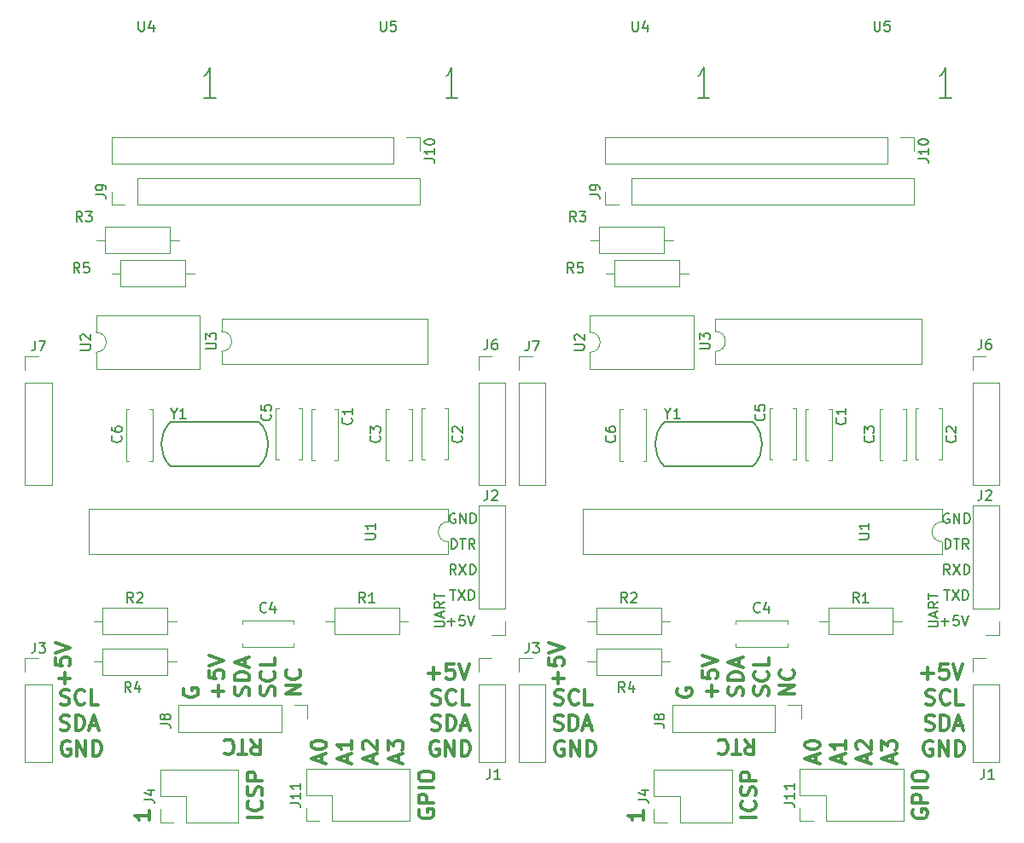
<source format=gto>
G04 #@! TF.FileFunction,Legend,Top*
%FSLAX46Y46*%
G04 Gerber Fmt 4.6, Leading zero omitted, Abs format (unit mm)*
G04 Created by KiCad (PCBNEW 4.0.6) date 11/02/17 15:14:21*
%MOMM*%
%LPD*%
G01*
G04 APERTURE LIST*
%ADD10C,0.100000*%
%ADD11C,0.150000*%
%ADD12C,0.300000*%
%ADD13C,0.120000*%
%ADD14C,0.200000*%
G04 APERTURE END LIST*
D10*
D11*
X182474381Y-116245238D02*
X183283905Y-116245238D01*
X183379143Y-116197619D01*
X183426762Y-116150000D01*
X183474381Y-116054762D01*
X183474381Y-115864285D01*
X183426762Y-115769047D01*
X183379143Y-115721428D01*
X183283905Y-115673809D01*
X182474381Y-115673809D01*
X183188667Y-115245238D02*
X183188667Y-114769047D01*
X183474381Y-115340476D02*
X182474381Y-115007143D01*
X183474381Y-114673809D01*
X183474381Y-113769047D02*
X182998190Y-114102381D01*
X183474381Y-114340476D02*
X182474381Y-114340476D01*
X182474381Y-113959523D01*
X182522000Y-113864285D01*
X182569619Y-113816666D01*
X182664857Y-113769047D01*
X182807714Y-113769047D01*
X182902952Y-113816666D01*
X182950571Y-113864285D01*
X182998190Y-113959523D01*
X182998190Y-114340476D01*
X182474381Y-113483333D02*
X182474381Y-112911904D01*
X183474381Y-113197619D02*
X182474381Y-113197619D01*
X183768286Y-115737429D02*
X184530191Y-115737429D01*
X184149239Y-116118381D02*
X184149239Y-115356476D01*
X185482572Y-115118381D02*
X185006381Y-115118381D01*
X184958762Y-115594571D01*
X185006381Y-115546952D01*
X185101619Y-115499333D01*
X185339715Y-115499333D01*
X185434953Y-115546952D01*
X185482572Y-115594571D01*
X185530191Y-115689810D01*
X185530191Y-115927905D01*
X185482572Y-116023143D01*
X185434953Y-116070762D01*
X185339715Y-116118381D01*
X185101619Y-116118381D01*
X185006381Y-116070762D01*
X184958762Y-116023143D01*
X185815905Y-115118381D02*
X186149238Y-116118381D01*
X186482572Y-115118381D01*
D12*
X181002000Y-134438000D02*
X180930571Y-134580857D01*
X180930571Y-134795143D01*
X181002000Y-135009428D01*
X181144857Y-135152286D01*
X181287714Y-135223714D01*
X181573429Y-135295143D01*
X181787714Y-135295143D01*
X182073429Y-135223714D01*
X182216286Y-135152286D01*
X182359143Y-135009428D01*
X182430571Y-134795143D01*
X182430571Y-134652286D01*
X182359143Y-134438000D01*
X182287714Y-134366571D01*
X181787714Y-134366571D01*
X181787714Y-134652286D01*
X182430571Y-133723714D02*
X180930571Y-133723714D01*
X180930571Y-133152286D01*
X181002000Y-133009428D01*
X181073429Y-132938000D01*
X181216286Y-132866571D01*
X181430571Y-132866571D01*
X181573429Y-132938000D01*
X181644857Y-133009428D01*
X181716286Y-133152286D01*
X181716286Y-133723714D01*
X182430571Y-132223714D02*
X180930571Y-132223714D01*
X180930571Y-131223714D02*
X180930571Y-130938000D01*
X181002000Y-130795142D01*
X181144857Y-130652285D01*
X181430571Y-130580857D01*
X181930571Y-130580857D01*
X182216286Y-130652285D01*
X182359143Y-130795142D01*
X182430571Y-130938000D01*
X182430571Y-131223714D01*
X182359143Y-131366571D01*
X182216286Y-131509428D01*
X181930571Y-131580857D01*
X181430571Y-131580857D01*
X181144857Y-131509428D01*
X181002000Y-131366571D01*
X180930571Y-131223714D01*
X164321142Y-127433429D02*
X164821142Y-128147714D01*
X165178285Y-127433429D02*
X165178285Y-128933429D01*
X164606857Y-128933429D01*
X164463999Y-128862000D01*
X164392571Y-128790571D01*
X164321142Y-128647714D01*
X164321142Y-128433429D01*
X164392571Y-128290571D01*
X164463999Y-128219143D01*
X164606857Y-128147714D01*
X165178285Y-128147714D01*
X163892571Y-128933429D02*
X163035428Y-128933429D01*
X163463999Y-127433429D02*
X163463999Y-128933429D01*
X161678285Y-127576286D02*
X161749714Y-127504857D01*
X161964000Y-127433429D01*
X162106857Y-127433429D01*
X162321142Y-127504857D01*
X162464000Y-127647714D01*
X162535428Y-127790571D01*
X162606857Y-128076286D01*
X162606857Y-128290571D01*
X162535428Y-128576286D01*
X162464000Y-128719143D01*
X162321142Y-128862000D01*
X162106857Y-128933429D01*
X161964000Y-128933429D01*
X161749714Y-128862000D01*
X161678285Y-128790571D01*
X165412571Y-135152285D02*
X163912571Y-135152285D01*
X165269714Y-133580856D02*
X165341143Y-133652285D01*
X165412571Y-133866571D01*
X165412571Y-134009428D01*
X165341143Y-134223713D01*
X165198286Y-134366571D01*
X165055429Y-134437999D01*
X164769714Y-134509428D01*
X164555429Y-134509428D01*
X164269714Y-134437999D01*
X164126857Y-134366571D01*
X163984000Y-134223713D01*
X163912571Y-134009428D01*
X163912571Y-133866571D01*
X163984000Y-133652285D01*
X164055429Y-133580856D01*
X165341143Y-133009428D02*
X165412571Y-132795142D01*
X165412571Y-132437999D01*
X165341143Y-132295142D01*
X165269714Y-132223713D01*
X165126857Y-132152285D01*
X164984000Y-132152285D01*
X164841143Y-132223713D01*
X164769714Y-132295142D01*
X164698286Y-132437999D01*
X164626857Y-132723713D01*
X164555429Y-132866571D01*
X164484000Y-132937999D01*
X164341143Y-133009428D01*
X164198286Y-133009428D01*
X164055429Y-132937999D01*
X163984000Y-132866571D01*
X163912571Y-132723713D01*
X163912571Y-132366571D01*
X163984000Y-132152285D01*
X165412571Y-131509428D02*
X163912571Y-131509428D01*
X163912571Y-130938000D01*
X163984000Y-130795142D01*
X164055429Y-130723714D01*
X164198286Y-130652285D01*
X164412571Y-130652285D01*
X164555429Y-130723714D01*
X164626857Y-130795142D01*
X164698286Y-130938000D01*
X164698286Y-131509428D01*
X146319143Y-127616000D02*
X146176286Y-127544571D01*
X145962000Y-127544571D01*
X145747715Y-127616000D01*
X145604857Y-127758857D01*
X145533429Y-127901714D01*
X145462000Y-128187429D01*
X145462000Y-128401714D01*
X145533429Y-128687429D01*
X145604857Y-128830286D01*
X145747715Y-128973143D01*
X145962000Y-129044571D01*
X146104857Y-129044571D01*
X146319143Y-128973143D01*
X146390572Y-128901714D01*
X146390572Y-128401714D01*
X146104857Y-128401714D01*
X147033429Y-129044571D02*
X147033429Y-127544571D01*
X147890572Y-129044571D01*
X147890572Y-127544571D01*
X148604858Y-129044571D02*
X148604858Y-127544571D01*
X148962001Y-127544571D01*
X149176286Y-127616000D01*
X149319144Y-127758857D01*
X149390572Y-127901714D01*
X149462001Y-128187429D01*
X149462001Y-128401714D01*
X149390572Y-128687429D01*
X149319144Y-128830286D01*
X149176286Y-128973143D01*
X148962001Y-129044571D01*
X148604858Y-129044571D01*
X145386572Y-126433143D02*
X145600858Y-126504571D01*
X145958001Y-126504571D01*
X146100858Y-126433143D01*
X146172287Y-126361714D01*
X146243715Y-126218857D01*
X146243715Y-126076000D01*
X146172287Y-125933143D01*
X146100858Y-125861714D01*
X145958001Y-125790286D01*
X145672287Y-125718857D01*
X145529429Y-125647429D01*
X145458001Y-125576000D01*
X145386572Y-125433143D01*
X145386572Y-125290286D01*
X145458001Y-125147429D01*
X145529429Y-125076000D01*
X145672287Y-125004571D01*
X146029429Y-125004571D01*
X146243715Y-125076000D01*
X146886572Y-126504571D02*
X146886572Y-125004571D01*
X147243715Y-125004571D01*
X147458000Y-125076000D01*
X147600858Y-125218857D01*
X147672286Y-125361714D01*
X147743715Y-125647429D01*
X147743715Y-125861714D01*
X147672286Y-126147429D01*
X147600858Y-126290286D01*
X147458000Y-126433143D01*
X147243715Y-126504571D01*
X146886572Y-126504571D01*
X148315143Y-126076000D02*
X149029429Y-126076000D01*
X148172286Y-126504571D02*
X148672286Y-125004571D01*
X149172286Y-126504571D01*
X145422286Y-123893143D02*
X145636572Y-123964571D01*
X145993715Y-123964571D01*
X146136572Y-123893143D01*
X146208001Y-123821714D01*
X146279429Y-123678857D01*
X146279429Y-123536000D01*
X146208001Y-123393143D01*
X146136572Y-123321714D01*
X145993715Y-123250286D01*
X145708001Y-123178857D01*
X145565143Y-123107429D01*
X145493715Y-123036000D01*
X145422286Y-122893143D01*
X145422286Y-122750286D01*
X145493715Y-122607429D01*
X145565143Y-122536000D01*
X145708001Y-122464571D01*
X146065143Y-122464571D01*
X146279429Y-122536000D01*
X147779429Y-123821714D02*
X147708000Y-123893143D01*
X147493714Y-123964571D01*
X147350857Y-123964571D01*
X147136572Y-123893143D01*
X146993714Y-123750286D01*
X146922286Y-123607429D01*
X146850857Y-123321714D01*
X146850857Y-123107429D01*
X146922286Y-122821714D01*
X146993714Y-122678857D01*
X147136572Y-122536000D01*
X147350857Y-122464571D01*
X147493714Y-122464571D01*
X147708000Y-122536000D01*
X147779429Y-122607429D01*
X149136572Y-123964571D02*
X148422286Y-123964571D01*
X148422286Y-122464571D01*
X145791143Y-121912571D02*
X145791143Y-120769714D01*
X146362571Y-121341143D02*
X145219714Y-121341143D01*
X144862571Y-119341142D02*
X144862571Y-120055428D01*
X145576857Y-120126857D01*
X145505429Y-120055428D01*
X145434000Y-119912571D01*
X145434000Y-119555428D01*
X145505429Y-119412571D01*
X145576857Y-119341142D01*
X145719714Y-119269714D01*
X146076857Y-119269714D01*
X146219714Y-119341142D01*
X146291143Y-119412571D01*
X146362571Y-119555428D01*
X146362571Y-119912571D01*
X146291143Y-120055428D01*
X146219714Y-120126857D01*
X144862571Y-118841143D02*
X146362571Y-118341143D01*
X144862571Y-117841143D01*
D11*
X184546096Y-105006000D02*
X184450858Y-104958381D01*
X184308001Y-104958381D01*
X184165143Y-105006000D01*
X184069905Y-105101238D01*
X184022286Y-105196476D01*
X183974667Y-105386952D01*
X183974667Y-105529810D01*
X184022286Y-105720286D01*
X184069905Y-105815524D01*
X184165143Y-105910762D01*
X184308001Y-105958381D01*
X184403239Y-105958381D01*
X184546096Y-105910762D01*
X184593715Y-105863143D01*
X184593715Y-105529810D01*
X184403239Y-105529810D01*
X185022286Y-105958381D02*
X185022286Y-104958381D01*
X185593715Y-105958381D01*
X185593715Y-104958381D01*
X186069905Y-105958381D02*
X186069905Y-104958381D01*
X186308000Y-104958381D01*
X186450858Y-105006000D01*
X186546096Y-105101238D01*
X186593715Y-105196476D01*
X186641334Y-105386952D01*
X186641334Y-105529810D01*
X186593715Y-105720286D01*
X186546096Y-105815524D01*
X186450858Y-105910762D01*
X186308000Y-105958381D01*
X186069905Y-105958381D01*
X184046095Y-112578381D02*
X184617524Y-112578381D01*
X184331809Y-113578381D02*
X184331809Y-112578381D01*
X184855619Y-112578381D02*
X185522286Y-113578381D01*
X185522286Y-112578381D02*
X184855619Y-113578381D01*
X185903238Y-113578381D02*
X185903238Y-112578381D01*
X186141333Y-112578381D01*
X186284191Y-112626000D01*
X186379429Y-112721238D01*
X186427048Y-112816476D01*
X186474667Y-113006952D01*
X186474667Y-113149810D01*
X186427048Y-113340286D01*
X186379429Y-113435524D01*
X186284191Y-113530762D01*
X186141333Y-113578381D01*
X185903238Y-113578381D01*
X184641334Y-111038381D02*
X184308000Y-110562190D01*
X184069905Y-111038381D02*
X184069905Y-110038381D01*
X184450858Y-110038381D01*
X184546096Y-110086000D01*
X184593715Y-110133619D01*
X184641334Y-110228857D01*
X184641334Y-110371714D01*
X184593715Y-110466952D01*
X184546096Y-110514571D01*
X184450858Y-110562190D01*
X184069905Y-110562190D01*
X184974667Y-110038381D02*
X185641334Y-111038381D01*
X185641334Y-110038381D02*
X184974667Y-111038381D01*
X186022286Y-111038381D02*
X186022286Y-110038381D01*
X186260381Y-110038381D01*
X186403239Y-110086000D01*
X186498477Y-110181238D01*
X186546096Y-110276476D01*
X186593715Y-110466952D01*
X186593715Y-110609810D01*
X186546096Y-110800286D01*
X186498477Y-110895524D01*
X186403239Y-110990762D01*
X186260381Y-111038381D01*
X186022286Y-111038381D01*
X184165143Y-108498381D02*
X184165143Y-107498381D01*
X184403238Y-107498381D01*
X184546096Y-107546000D01*
X184641334Y-107641238D01*
X184688953Y-107736476D01*
X184736572Y-107926952D01*
X184736572Y-108069810D01*
X184688953Y-108260286D01*
X184641334Y-108355524D01*
X184546096Y-108450762D01*
X184403238Y-108498381D01*
X184165143Y-108498381D01*
X185022286Y-107498381D02*
X185593715Y-107498381D01*
X185308000Y-108498381D02*
X185308000Y-107498381D01*
X186498477Y-108498381D02*
X186165143Y-108022190D01*
X185927048Y-108498381D02*
X185927048Y-107498381D01*
X186308001Y-107498381D01*
X186403239Y-107546000D01*
X186450858Y-107593619D01*
X186498477Y-107688857D01*
X186498477Y-107831714D01*
X186450858Y-107926952D01*
X186403239Y-107974571D01*
X186308001Y-108022190D01*
X185927048Y-108022190D01*
D12*
X182895143Y-127616000D02*
X182752286Y-127544571D01*
X182538000Y-127544571D01*
X182323715Y-127616000D01*
X182180857Y-127758857D01*
X182109429Y-127901714D01*
X182038000Y-128187429D01*
X182038000Y-128401714D01*
X182109429Y-128687429D01*
X182180857Y-128830286D01*
X182323715Y-128973143D01*
X182538000Y-129044571D01*
X182680857Y-129044571D01*
X182895143Y-128973143D01*
X182966572Y-128901714D01*
X182966572Y-128401714D01*
X182680857Y-128401714D01*
X183609429Y-129044571D02*
X183609429Y-127544571D01*
X184466572Y-129044571D01*
X184466572Y-127544571D01*
X185180858Y-129044571D02*
X185180858Y-127544571D01*
X185538001Y-127544571D01*
X185752286Y-127616000D01*
X185895144Y-127758857D01*
X185966572Y-127901714D01*
X186038001Y-128187429D01*
X186038001Y-128401714D01*
X185966572Y-128687429D01*
X185895144Y-128830286D01*
X185752286Y-128973143D01*
X185538001Y-129044571D01*
X185180858Y-129044571D01*
X182252286Y-123893143D02*
X182466572Y-123964571D01*
X182823715Y-123964571D01*
X182966572Y-123893143D01*
X183038001Y-123821714D01*
X183109429Y-123678857D01*
X183109429Y-123536000D01*
X183038001Y-123393143D01*
X182966572Y-123321714D01*
X182823715Y-123250286D01*
X182538001Y-123178857D01*
X182395143Y-123107429D01*
X182323715Y-123036000D01*
X182252286Y-122893143D01*
X182252286Y-122750286D01*
X182323715Y-122607429D01*
X182395143Y-122536000D01*
X182538001Y-122464571D01*
X182895143Y-122464571D01*
X183109429Y-122536000D01*
X184609429Y-123821714D02*
X184538000Y-123893143D01*
X184323714Y-123964571D01*
X184180857Y-123964571D01*
X183966572Y-123893143D01*
X183823714Y-123750286D01*
X183752286Y-123607429D01*
X183680857Y-123321714D01*
X183680857Y-123107429D01*
X183752286Y-122821714D01*
X183823714Y-122678857D01*
X183966572Y-122536000D01*
X184180857Y-122464571D01*
X184323714Y-122464571D01*
X184538000Y-122536000D01*
X184609429Y-122607429D01*
X185966572Y-123964571D02*
X185252286Y-123964571D01*
X185252286Y-122464571D01*
X182216572Y-126433143D02*
X182430858Y-126504571D01*
X182788001Y-126504571D01*
X182930858Y-126433143D01*
X183002287Y-126361714D01*
X183073715Y-126218857D01*
X183073715Y-126076000D01*
X183002287Y-125933143D01*
X182930858Y-125861714D01*
X182788001Y-125790286D01*
X182502287Y-125718857D01*
X182359429Y-125647429D01*
X182288001Y-125576000D01*
X182216572Y-125433143D01*
X182216572Y-125290286D01*
X182288001Y-125147429D01*
X182359429Y-125076000D01*
X182502287Y-125004571D01*
X182859429Y-125004571D01*
X183073715Y-125076000D01*
X183716572Y-126504571D02*
X183716572Y-125004571D01*
X184073715Y-125004571D01*
X184288000Y-125076000D01*
X184430858Y-125218857D01*
X184502286Y-125361714D01*
X184573715Y-125647429D01*
X184573715Y-125861714D01*
X184502286Y-126147429D01*
X184430858Y-126290286D01*
X184288000Y-126433143D01*
X184073715Y-126504571D01*
X183716572Y-126504571D01*
X185145143Y-126076000D02*
X185859429Y-126076000D01*
X185002286Y-126504571D02*
X185502286Y-125004571D01*
X186002286Y-126504571D01*
X181855429Y-120853143D02*
X182998286Y-120853143D01*
X182426857Y-121424571D02*
X182426857Y-120281714D01*
X184426858Y-119924571D02*
X183712572Y-119924571D01*
X183641143Y-120638857D01*
X183712572Y-120567429D01*
X183855429Y-120496000D01*
X184212572Y-120496000D01*
X184355429Y-120567429D01*
X184426858Y-120638857D01*
X184498286Y-120781714D01*
X184498286Y-121138857D01*
X184426858Y-121281714D01*
X184355429Y-121353143D01*
X184212572Y-121424571D01*
X183855429Y-121424571D01*
X183712572Y-121353143D01*
X183641143Y-121281714D01*
X184926857Y-119924571D02*
X185426857Y-121424571D01*
X185926857Y-119924571D01*
X169222571Y-122940571D02*
X167722571Y-122940571D01*
X169222571Y-122083428D01*
X167722571Y-122083428D01*
X169079714Y-120511999D02*
X169151143Y-120583428D01*
X169222571Y-120797714D01*
X169222571Y-120940571D01*
X169151143Y-121154856D01*
X169008286Y-121297714D01*
X168865429Y-121369142D01*
X168579714Y-121440571D01*
X168365429Y-121440571D01*
X168079714Y-121369142D01*
X167936857Y-121297714D01*
X167794000Y-121154856D01*
X167722571Y-120940571D01*
X167722571Y-120797714D01*
X167794000Y-120583428D01*
X167865429Y-120511999D01*
X166611143Y-123039714D02*
X166682571Y-122825428D01*
X166682571Y-122468285D01*
X166611143Y-122325428D01*
X166539714Y-122253999D01*
X166396857Y-122182571D01*
X166254000Y-122182571D01*
X166111143Y-122253999D01*
X166039714Y-122325428D01*
X165968286Y-122468285D01*
X165896857Y-122753999D01*
X165825429Y-122896857D01*
X165754000Y-122968285D01*
X165611143Y-123039714D01*
X165468286Y-123039714D01*
X165325429Y-122968285D01*
X165254000Y-122896857D01*
X165182571Y-122753999D01*
X165182571Y-122396857D01*
X165254000Y-122182571D01*
X166539714Y-120682571D02*
X166611143Y-120754000D01*
X166682571Y-120968286D01*
X166682571Y-121111143D01*
X166611143Y-121325428D01*
X166468286Y-121468286D01*
X166325429Y-121539714D01*
X166039714Y-121611143D01*
X165825429Y-121611143D01*
X165539714Y-121539714D01*
X165396857Y-121468286D01*
X165254000Y-121325428D01*
X165182571Y-121111143D01*
X165182571Y-120968286D01*
X165254000Y-120754000D01*
X165325429Y-120682571D01*
X166682571Y-119325428D02*
X166682571Y-120039714D01*
X165182571Y-120039714D01*
X164071143Y-123075428D02*
X164142571Y-122861142D01*
X164142571Y-122503999D01*
X164071143Y-122361142D01*
X163999714Y-122289713D01*
X163856857Y-122218285D01*
X163714000Y-122218285D01*
X163571143Y-122289713D01*
X163499714Y-122361142D01*
X163428286Y-122503999D01*
X163356857Y-122789713D01*
X163285429Y-122932571D01*
X163214000Y-123003999D01*
X163071143Y-123075428D01*
X162928286Y-123075428D01*
X162785429Y-123003999D01*
X162714000Y-122932571D01*
X162642571Y-122789713D01*
X162642571Y-122432571D01*
X162714000Y-122218285D01*
X164142571Y-121575428D02*
X162642571Y-121575428D01*
X162642571Y-121218285D01*
X162714000Y-121004000D01*
X162856857Y-120861142D01*
X162999714Y-120789714D01*
X163285429Y-120718285D01*
X163499714Y-120718285D01*
X163785429Y-120789714D01*
X163928286Y-120861142D01*
X164071143Y-121004000D01*
X164142571Y-121218285D01*
X164142571Y-121575428D01*
X163714000Y-120146857D02*
X163714000Y-119432571D01*
X164142571Y-120289714D02*
X162642571Y-119789714D01*
X164142571Y-119289714D01*
X161031143Y-123182571D02*
X161031143Y-122039714D01*
X161602571Y-122611143D02*
X160459714Y-122611143D01*
X160102571Y-120611142D02*
X160102571Y-121325428D01*
X160816857Y-121396857D01*
X160745429Y-121325428D01*
X160674000Y-121182571D01*
X160674000Y-120825428D01*
X160745429Y-120682571D01*
X160816857Y-120611142D01*
X160959714Y-120539714D01*
X161316857Y-120539714D01*
X161459714Y-120611142D01*
X161531143Y-120682571D01*
X161602571Y-120825428D01*
X161602571Y-121182571D01*
X161531143Y-121325428D01*
X161459714Y-121396857D01*
X160102571Y-120111143D02*
X161602571Y-119611143D01*
X160102571Y-119111143D01*
X157634000Y-122385143D02*
X157562571Y-122528000D01*
X157562571Y-122742286D01*
X157634000Y-122956571D01*
X157776857Y-123099429D01*
X157919714Y-123170857D01*
X158205429Y-123242286D01*
X158419714Y-123242286D01*
X158705429Y-123170857D01*
X158848286Y-123099429D01*
X158991143Y-122956571D01*
X159062571Y-122742286D01*
X159062571Y-122599429D01*
X158991143Y-122385143D01*
X158919714Y-122313714D01*
X158419714Y-122313714D01*
X158419714Y-122599429D01*
X178954000Y-129691428D02*
X178954000Y-128977142D01*
X179382571Y-129834285D02*
X177882571Y-129334285D01*
X179382571Y-128834285D01*
X177882571Y-128477142D02*
X177882571Y-127548571D01*
X178454000Y-128048571D01*
X178454000Y-127834285D01*
X178525429Y-127691428D01*
X178596857Y-127619999D01*
X178739714Y-127548571D01*
X179096857Y-127548571D01*
X179239714Y-127619999D01*
X179311143Y-127691428D01*
X179382571Y-127834285D01*
X179382571Y-128262857D01*
X179311143Y-128405714D01*
X179239714Y-128477142D01*
X176414000Y-129691428D02*
X176414000Y-128977142D01*
X176842571Y-129834285D02*
X175342571Y-129334285D01*
X176842571Y-128834285D01*
X175485429Y-128405714D02*
X175414000Y-128334285D01*
X175342571Y-128191428D01*
X175342571Y-127834285D01*
X175414000Y-127691428D01*
X175485429Y-127619999D01*
X175628286Y-127548571D01*
X175771143Y-127548571D01*
X175985429Y-127619999D01*
X176842571Y-128477142D01*
X176842571Y-127548571D01*
X173874000Y-129691428D02*
X173874000Y-128977142D01*
X174302571Y-129834285D02*
X172802571Y-129334285D01*
X174302571Y-128834285D01*
X174302571Y-127548571D02*
X174302571Y-128405714D01*
X174302571Y-127977142D02*
X172802571Y-127977142D01*
X173016857Y-128119999D01*
X173159714Y-128262857D01*
X173231143Y-128405714D01*
X171334000Y-129691428D02*
X171334000Y-128977142D01*
X171762571Y-129834285D02*
X170262571Y-129334285D01*
X171762571Y-128834285D01*
X170262571Y-128048571D02*
X170262571Y-127905714D01*
X170334000Y-127762857D01*
X170405429Y-127691428D01*
X170548286Y-127619999D01*
X170834000Y-127548571D01*
X171191143Y-127548571D01*
X171476857Y-127619999D01*
X171619714Y-127691428D01*
X171691143Y-127762857D01*
X171762571Y-127905714D01*
X171762571Y-128048571D01*
X171691143Y-128191428D01*
X171619714Y-128262857D01*
X171476857Y-128334285D01*
X171191143Y-128405714D01*
X170834000Y-128405714D01*
X170548286Y-128334285D01*
X170405429Y-128262857D01*
X170334000Y-128191428D01*
X170262571Y-128048571D01*
X154236571Y-134541428D02*
X154236571Y-135398571D01*
X154236571Y-134969999D02*
X152736571Y-134969999D01*
X152950857Y-135112856D01*
X153093714Y-135255714D01*
X153165143Y-135398571D01*
D11*
X133474381Y-116245238D02*
X134283905Y-116245238D01*
X134379143Y-116197619D01*
X134426762Y-116150000D01*
X134474381Y-116054762D01*
X134474381Y-115864285D01*
X134426762Y-115769047D01*
X134379143Y-115721428D01*
X134283905Y-115673809D01*
X133474381Y-115673809D01*
X134188667Y-115245238D02*
X134188667Y-114769047D01*
X134474381Y-115340476D02*
X133474381Y-115007143D01*
X134474381Y-114673809D01*
X134474381Y-113769047D02*
X133998190Y-114102381D01*
X134474381Y-114340476D02*
X133474381Y-114340476D01*
X133474381Y-113959523D01*
X133522000Y-113864285D01*
X133569619Y-113816666D01*
X133664857Y-113769047D01*
X133807714Y-113769047D01*
X133902952Y-113816666D01*
X133950571Y-113864285D01*
X133998190Y-113959523D01*
X133998190Y-114340476D01*
X133474381Y-113483333D02*
X133474381Y-112911904D01*
X134474381Y-113197619D02*
X133474381Y-113197619D01*
X134768286Y-115737429D02*
X135530191Y-115737429D01*
X135149239Y-116118381D02*
X135149239Y-115356476D01*
X136482572Y-115118381D02*
X136006381Y-115118381D01*
X135958762Y-115594571D01*
X136006381Y-115546952D01*
X136101619Y-115499333D01*
X136339715Y-115499333D01*
X136434953Y-115546952D01*
X136482572Y-115594571D01*
X136530191Y-115689810D01*
X136530191Y-115927905D01*
X136482572Y-116023143D01*
X136434953Y-116070762D01*
X136339715Y-116118381D01*
X136101619Y-116118381D01*
X136006381Y-116070762D01*
X135958762Y-116023143D01*
X136815905Y-115118381D02*
X137149238Y-116118381D01*
X137482572Y-115118381D01*
D12*
X132002000Y-134438000D02*
X131930571Y-134580857D01*
X131930571Y-134795143D01*
X132002000Y-135009428D01*
X132144857Y-135152286D01*
X132287714Y-135223714D01*
X132573429Y-135295143D01*
X132787714Y-135295143D01*
X133073429Y-135223714D01*
X133216286Y-135152286D01*
X133359143Y-135009428D01*
X133430571Y-134795143D01*
X133430571Y-134652286D01*
X133359143Y-134438000D01*
X133287714Y-134366571D01*
X132787714Y-134366571D01*
X132787714Y-134652286D01*
X133430571Y-133723714D02*
X131930571Y-133723714D01*
X131930571Y-133152286D01*
X132002000Y-133009428D01*
X132073429Y-132938000D01*
X132216286Y-132866571D01*
X132430571Y-132866571D01*
X132573429Y-132938000D01*
X132644857Y-133009428D01*
X132716286Y-133152286D01*
X132716286Y-133723714D01*
X133430571Y-132223714D02*
X131930571Y-132223714D01*
X131930571Y-131223714D02*
X131930571Y-130938000D01*
X132002000Y-130795142D01*
X132144857Y-130652285D01*
X132430571Y-130580857D01*
X132930571Y-130580857D01*
X133216286Y-130652285D01*
X133359143Y-130795142D01*
X133430571Y-130938000D01*
X133430571Y-131223714D01*
X133359143Y-131366571D01*
X133216286Y-131509428D01*
X132930571Y-131580857D01*
X132430571Y-131580857D01*
X132144857Y-131509428D01*
X132002000Y-131366571D01*
X131930571Y-131223714D01*
X115321142Y-127433429D02*
X115821142Y-128147714D01*
X116178285Y-127433429D02*
X116178285Y-128933429D01*
X115606857Y-128933429D01*
X115463999Y-128862000D01*
X115392571Y-128790571D01*
X115321142Y-128647714D01*
X115321142Y-128433429D01*
X115392571Y-128290571D01*
X115463999Y-128219143D01*
X115606857Y-128147714D01*
X116178285Y-128147714D01*
X114892571Y-128933429D02*
X114035428Y-128933429D01*
X114463999Y-127433429D02*
X114463999Y-128933429D01*
X112678285Y-127576286D02*
X112749714Y-127504857D01*
X112964000Y-127433429D01*
X113106857Y-127433429D01*
X113321142Y-127504857D01*
X113464000Y-127647714D01*
X113535428Y-127790571D01*
X113606857Y-128076286D01*
X113606857Y-128290571D01*
X113535428Y-128576286D01*
X113464000Y-128719143D01*
X113321142Y-128862000D01*
X113106857Y-128933429D01*
X112964000Y-128933429D01*
X112749714Y-128862000D01*
X112678285Y-128790571D01*
X116412571Y-135152285D02*
X114912571Y-135152285D01*
X116269714Y-133580856D02*
X116341143Y-133652285D01*
X116412571Y-133866571D01*
X116412571Y-134009428D01*
X116341143Y-134223713D01*
X116198286Y-134366571D01*
X116055429Y-134437999D01*
X115769714Y-134509428D01*
X115555429Y-134509428D01*
X115269714Y-134437999D01*
X115126857Y-134366571D01*
X114984000Y-134223713D01*
X114912571Y-134009428D01*
X114912571Y-133866571D01*
X114984000Y-133652285D01*
X115055429Y-133580856D01*
X116341143Y-133009428D02*
X116412571Y-132795142D01*
X116412571Y-132437999D01*
X116341143Y-132295142D01*
X116269714Y-132223713D01*
X116126857Y-132152285D01*
X115984000Y-132152285D01*
X115841143Y-132223713D01*
X115769714Y-132295142D01*
X115698286Y-132437999D01*
X115626857Y-132723713D01*
X115555429Y-132866571D01*
X115484000Y-132937999D01*
X115341143Y-133009428D01*
X115198286Y-133009428D01*
X115055429Y-132937999D01*
X114984000Y-132866571D01*
X114912571Y-132723713D01*
X114912571Y-132366571D01*
X114984000Y-132152285D01*
X116412571Y-131509428D02*
X114912571Y-131509428D01*
X114912571Y-130938000D01*
X114984000Y-130795142D01*
X115055429Y-130723714D01*
X115198286Y-130652285D01*
X115412571Y-130652285D01*
X115555429Y-130723714D01*
X115626857Y-130795142D01*
X115698286Y-130938000D01*
X115698286Y-131509428D01*
X97319143Y-127616000D02*
X97176286Y-127544571D01*
X96962000Y-127544571D01*
X96747715Y-127616000D01*
X96604857Y-127758857D01*
X96533429Y-127901714D01*
X96462000Y-128187429D01*
X96462000Y-128401714D01*
X96533429Y-128687429D01*
X96604857Y-128830286D01*
X96747715Y-128973143D01*
X96962000Y-129044571D01*
X97104857Y-129044571D01*
X97319143Y-128973143D01*
X97390572Y-128901714D01*
X97390572Y-128401714D01*
X97104857Y-128401714D01*
X98033429Y-129044571D02*
X98033429Y-127544571D01*
X98890572Y-129044571D01*
X98890572Y-127544571D01*
X99604858Y-129044571D02*
X99604858Y-127544571D01*
X99962001Y-127544571D01*
X100176286Y-127616000D01*
X100319144Y-127758857D01*
X100390572Y-127901714D01*
X100462001Y-128187429D01*
X100462001Y-128401714D01*
X100390572Y-128687429D01*
X100319144Y-128830286D01*
X100176286Y-128973143D01*
X99962001Y-129044571D01*
X99604858Y-129044571D01*
X96386572Y-126433143D02*
X96600858Y-126504571D01*
X96958001Y-126504571D01*
X97100858Y-126433143D01*
X97172287Y-126361714D01*
X97243715Y-126218857D01*
X97243715Y-126076000D01*
X97172287Y-125933143D01*
X97100858Y-125861714D01*
X96958001Y-125790286D01*
X96672287Y-125718857D01*
X96529429Y-125647429D01*
X96458001Y-125576000D01*
X96386572Y-125433143D01*
X96386572Y-125290286D01*
X96458001Y-125147429D01*
X96529429Y-125076000D01*
X96672287Y-125004571D01*
X97029429Y-125004571D01*
X97243715Y-125076000D01*
X97886572Y-126504571D02*
X97886572Y-125004571D01*
X98243715Y-125004571D01*
X98458000Y-125076000D01*
X98600858Y-125218857D01*
X98672286Y-125361714D01*
X98743715Y-125647429D01*
X98743715Y-125861714D01*
X98672286Y-126147429D01*
X98600858Y-126290286D01*
X98458000Y-126433143D01*
X98243715Y-126504571D01*
X97886572Y-126504571D01*
X99315143Y-126076000D02*
X100029429Y-126076000D01*
X99172286Y-126504571D02*
X99672286Y-125004571D01*
X100172286Y-126504571D01*
X96422286Y-123893143D02*
X96636572Y-123964571D01*
X96993715Y-123964571D01*
X97136572Y-123893143D01*
X97208001Y-123821714D01*
X97279429Y-123678857D01*
X97279429Y-123536000D01*
X97208001Y-123393143D01*
X97136572Y-123321714D01*
X96993715Y-123250286D01*
X96708001Y-123178857D01*
X96565143Y-123107429D01*
X96493715Y-123036000D01*
X96422286Y-122893143D01*
X96422286Y-122750286D01*
X96493715Y-122607429D01*
X96565143Y-122536000D01*
X96708001Y-122464571D01*
X97065143Y-122464571D01*
X97279429Y-122536000D01*
X98779429Y-123821714D02*
X98708000Y-123893143D01*
X98493714Y-123964571D01*
X98350857Y-123964571D01*
X98136572Y-123893143D01*
X97993714Y-123750286D01*
X97922286Y-123607429D01*
X97850857Y-123321714D01*
X97850857Y-123107429D01*
X97922286Y-122821714D01*
X97993714Y-122678857D01*
X98136572Y-122536000D01*
X98350857Y-122464571D01*
X98493714Y-122464571D01*
X98708000Y-122536000D01*
X98779429Y-122607429D01*
X100136572Y-123964571D02*
X99422286Y-123964571D01*
X99422286Y-122464571D01*
X96791143Y-121912571D02*
X96791143Y-120769714D01*
X97362571Y-121341143D02*
X96219714Y-121341143D01*
X95862571Y-119341142D02*
X95862571Y-120055428D01*
X96576857Y-120126857D01*
X96505429Y-120055428D01*
X96434000Y-119912571D01*
X96434000Y-119555428D01*
X96505429Y-119412571D01*
X96576857Y-119341142D01*
X96719714Y-119269714D01*
X97076857Y-119269714D01*
X97219714Y-119341142D01*
X97291143Y-119412571D01*
X97362571Y-119555428D01*
X97362571Y-119912571D01*
X97291143Y-120055428D01*
X97219714Y-120126857D01*
X95862571Y-118841143D02*
X97362571Y-118341143D01*
X95862571Y-117841143D01*
D11*
X135546096Y-105006000D02*
X135450858Y-104958381D01*
X135308001Y-104958381D01*
X135165143Y-105006000D01*
X135069905Y-105101238D01*
X135022286Y-105196476D01*
X134974667Y-105386952D01*
X134974667Y-105529810D01*
X135022286Y-105720286D01*
X135069905Y-105815524D01*
X135165143Y-105910762D01*
X135308001Y-105958381D01*
X135403239Y-105958381D01*
X135546096Y-105910762D01*
X135593715Y-105863143D01*
X135593715Y-105529810D01*
X135403239Y-105529810D01*
X136022286Y-105958381D02*
X136022286Y-104958381D01*
X136593715Y-105958381D01*
X136593715Y-104958381D01*
X137069905Y-105958381D02*
X137069905Y-104958381D01*
X137308000Y-104958381D01*
X137450858Y-105006000D01*
X137546096Y-105101238D01*
X137593715Y-105196476D01*
X137641334Y-105386952D01*
X137641334Y-105529810D01*
X137593715Y-105720286D01*
X137546096Y-105815524D01*
X137450858Y-105910762D01*
X137308000Y-105958381D01*
X137069905Y-105958381D01*
X135046095Y-112578381D02*
X135617524Y-112578381D01*
X135331809Y-113578381D02*
X135331809Y-112578381D01*
X135855619Y-112578381D02*
X136522286Y-113578381D01*
X136522286Y-112578381D02*
X135855619Y-113578381D01*
X136903238Y-113578381D02*
X136903238Y-112578381D01*
X137141333Y-112578381D01*
X137284191Y-112626000D01*
X137379429Y-112721238D01*
X137427048Y-112816476D01*
X137474667Y-113006952D01*
X137474667Y-113149810D01*
X137427048Y-113340286D01*
X137379429Y-113435524D01*
X137284191Y-113530762D01*
X137141333Y-113578381D01*
X136903238Y-113578381D01*
X135641334Y-111038381D02*
X135308000Y-110562190D01*
X135069905Y-111038381D02*
X135069905Y-110038381D01*
X135450858Y-110038381D01*
X135546096Y-110086000D01*
X135593715Y-110133619D01*
X135641334Y-110228857D01*
X135641334Y-110371714D01*
X135593715Y-110466952D01*
X135546096Y-110514571D01*
X135450858Y-110562190D01*
X135069905Y-110562190D01*
X135974667Y-110038381D02*
X136641334Y-111038381D01*
X136641334Y-110038381D02*
X135974667Y-111038381D01*
X137022286Y-111038381D02*
X137022286Y-110038381D01*
X137260381Y-110038381D01*
X137403239Y-110086000D01*
X137498477Y-110181238D01*
X137546096Y-110276476D01*
X137593715Y-110466952D01*
X137593715Y-110609810D01*
X137546096Y-110800286D01*
X137498477Y-110895524D01*
X137403239Y-110990762D01*
X137260381Y-111038381D01*
X137022286Y-111038381D01*
X135165143Y-108498381D02*
X135165143Y-107498381D01*
X135403238Y-107498381D01*
X135546096Y-107546000D01*
X135641334Y-107641238D01*
X135688953Y-107736476D01*
X135736572Y-107926952D01*
X135736572Y-108069810D01*
X135688953Y-108260286D01*
X135641334Y-108355524D01*
X135546096Y-108450762D01*
X135403238Y-108498381D01*
X135165143Y-108498381D01*
X136022286Y-107498381D02*
X136593715Y-107498381D01*
X136308000Y-108498381D02*
X136308000Y-107498381D01*
X137498477Y-108498381D02*
X137165143Y-108022190D01*
X136927048Y-108498381D02*
X136927048Y-107498381D01*
X137308001Y-107498381D01*
X137403239Y-107546000D01*
X137450858Y-107593619D01*
X137498477Y-107688857D01*
X137498477Y-107831714D01*
X137450858Y-107926952D01*
X137403239Y-107974571D01*
X137308001Y-108022190D01*
X136927048Y-108022190D01*
D12*
X133895143Y-127616000D02*
X133752286Y-127544571D01*
X133538000Y-127544571D01*
X133323715Y-127616000D01*
X133180857Y-127758857D01*
X133109429Y-127901714D01*
X133038000Y-128187429D01*
X133038000Y-128401714D01*
X133109429Y-128687429D01*
X133180857Y-128830286D01*
X133323715Y-128973143D01*
X133538000Y-129044571D01*
X133680857Y-129044571D01*
X133895143Y-128973143D01*
X133966572Y-128901714D01*
X133966572Y-128401714D01*
X133680857Y-128401714D01*
X134609429Y-129044571D02*
X134609429Y-127544571D01*
X135466572Y-129044571D01*
X135466572Y-127544571D01*
X136180858Y-129044571D02*
X136180858Y-127544571D01*
X136538001Y-127544571D01*
X136752286Y-127616000D01*
X136895144Y-127758857D01*
X136966572Y-127901714D01*
X137038001Y-128187429D01*
X137038001Y-128401714D01*
X136966572Y-128687429D01*
X136895144Y-128830286D01*
X136752286Y-128973143D01*
X136538001Y-129044571D01*
X136180858Y-129044571D01*
X133252286Y-123893143D02*
X133466572Y-123964571D01*
X133823715Y-123964571D01*
X133966572Y-123893143D01*
X134038001Y-123821714D01*
X134109429Y-123678857D01*
X134109429Y-123536000D01*
X134038001Y-123393143D01*
X133966572Y-123321714D01*
X133823715Y-123250286D01*
X133538001Y-123178857D01*
X133395143Y-123107429D01*
X133323715Y-123036000D01*
X133252286Y-122893143D01*
X133252286Y-122750286D01*
X133323715Y-122607429D01*
X133395143Y-122536000D01*
X133538001Y-122464571D01*
X133895143Y-122464571D01*
X134109429Y-122536000D01*
X135609429Y-123821714D02*
X135538000Y-123893143D01*
X135323714Y-123964571D01*
X135180857Y-123964571D01*
X134966572Y-123893143D01*
X134823714Y-123750286D01*
X134752286Y-123607429D01*
X134680857Y-123321714D01*
X134680857Y-123107429D01*
X134752286Y-122821714D01*
X134823714Y-122678857D01*
X134966572Y-122536000D01*
X135180857Y-122464571D01*
X135323714Y-122464571D01*
X135538000Y-122536000D01*
X135609429Y-122607429D01*
X136966572Y-123964571D02*
X136252286Y-123964571D01*
X136252286Y-122464571D01*
X133216572Y-126433143D02*
X133430858Y-126504571D01*
X133788001Y-126504571D01*
X133930858Y-126433143D01*
X134002287Y-126361714D01*
X134073715Y-126218857D01*
X134073715Y-126076000D01*
X134002287Y-125933143D01*
X133930858Y-125861714D01*
X133788001Y-125790286D01*
X133502287Y-125718857D01*
X133359429Y-125647429D01*
X133288001Y-125576000D01*
X133216572Y-125433143D01*
X133216572Y-125290286D01*
X133288001Y-125147429D01*
X133359429Y-125076000D01*
X133502287Y-125004571D01*
X133859429Y-125004571D01*
X134073715Y-125076000D01*
X134716572Y-126504571D02*
X134716572Y-125004571D01*
X135073715Y-125004571D01*
X135288000Y-125076000D01*
X135430858Y-125218857D01*
X135502286Y-125361714D01*
X135573715Y-125647429D01*
X135573715Y-125861714D01*
X135502286Y-126147429D01*
X135430858Y-126290286D01*
X135288000Y-126433143D01*
X135073715Y-126504571D01*
X134716572Y-126504571D01*
X136145143Y-126076000D02*
X136859429Y-126076000D01*
X136002286Y-126504571D02*
X136502286Y-125004571D01*
X137002286Y-126504571D01*
X132855429Y-120853143D02*
X133998286Y-120853143D01*
X133426857Y-121424571D02*
X133426857Y-120281714D01*
X135426858Y-119924571D02*
X134712572Y-119924571D01*
X134641143Y-120638857D01*
X134712572Y-120567429D01*
X134855429Y-120496000D01*
X135212572Y-120496000D01*
X135355429Y-120567429D01*
X135426858Y-120638857D01*
X135498286Y-120781714D01*
X135498286Y-121138857D01*
X135426858Y-121281714D01*
X135355429Y-121353143D01*
X135212572Y-121424571D01*
X134855429Y-121424571D01*
X134712572Y-121353143D01*
X134641143Y-121281714D01*
X135926857Y-119924571D02*
X136426857Y-121424571D01*
X136926857Y-119924571D01*
X120222571Y-122940571D02*
X118722571Y-122940571D01*
X120222571Y-122083428D01*
X118722571Y-122083428D01*
X120079714Y-120511999D02*
X120151143Y-120583428D01*
X120222571Y-120797714D01*
X120222571Y-120940571D01*
X120151143Y-121154856D01*
X120008286Y-121297714D01*
X119865429Y-121369142D01*
X119579714Y-121440571D01*
X119365429Y-121440571D01*
X119079714Y-121369142D01*
X118936857Y-121297714D01*
X118794000Y-121154856D01*
X118722571Y-120940571D01*
X118722571Y-120797714D01*
X118794000Y-120583428D01*
X118865429Y-120511999D01*
X117611143Y-123039714D02*
X117682571Y-122825428D01*
X117682571Y-122468285D01*
X117611143Y-122325428D01*
X117539714Y-122253999D01*
X117396857Y-122182571D01*
X117254000Y-122182571D01*
X117111143Y-122253999D01*
X117039714Y-122325428D01*
X116968286Y-122468285D01*
X116896857Y-122753999D01*
X116825429Y-122896857D01*
X116754000Y-122968285D01*
X116611143Y-123039714D01*
X116468286Y-123039714D01*
X116325429Y-122968285D01*
X116254000Y-122896857D01*
X116182571Y-122753999D01*
X116182571Y-122396857D01*
X116254000Y-122182571D01*
X117539714Y-120682571D02*
X117611143Y-120754000D01*
X117682571Y-120968286D01*
X117682571Y-121111143D01*
X117611143Y-121325428D01*
X117468286Y-121468286D01*
X117325429Y-121539714D01*
X117039714Y-121611143D01*
X116825429Y-121611143D01*
X116539714Y-121539714D01*
X116396857Y-121468286D01*
X116254000Y-121325428D01*
X116182571Y-121111143D01*
X116182571Y-120968286D01*
X116254000Y-120754000D01*
X116325429Y-120682571D01*
X117682571Y-119325428D02*
X117682571Y-120039714D01*
X116182571Y-120039714D01*
X115071143Y-123075428D02*
X115142571Y-122861142D01*
X115142571Y-122503999D01*
X115071143Y-122361142D01*
X114999714Y-122289713D01*
X114856857Y-122218285D01*
X114714000Y-122218285D01*
X114571143Y-122289713D01*
X114499714Y-122361142D01*
X114428286Y-122503999D01*
X114356857Y-122789713D01*
X114285429Y-122932571D01*
X114214000Y-123003999D01*
X114071143Y-123075428D01*
X113928286Y-123075428D01*
X113785429Y-123003999D01*
X113714000Y-122932571D01*
X113642571Y-122789713D01*
X113642571Y-122432571D01*
X113714000Y-122218285D01*
X115142571Y-121575428D02*
X113642571Y-121575428D01*
X113642571Y-121218285D01*
X113714000Y-121004000D01*
X113856857Y-120861142D01*
X113999714Y-120789714D01*
X114285429Y-120718285D01*
X114499714Y-120718285D01*
X114785429Y-120789714D01*
X114928286Y-120861142D01*
X115071143Y-121004000D01*
X115142571Y-121218285D01*
X115142571Y-121575428D01*
X114714000Y-120146857D02*
X114714000Y-119432571D01*
X115142571Y-120289714D02*
X113642571Y-119789714D01*
X115142571Y-119289714D01*
X112031143Y-123182571D02*
X112031143Y-122039714D01*
X112602571Y-122611143D02*
X111459714Y-122611143D01*
X111102571Y-120611142D02*
X111102571Y-121325428D01*
X111816857Y-121396857D01*
X111745429Y-121325428D01*
X111674000Y-121182571D01*
X111674000Y-120825428D01*
X111745429Y-120682571D01*
X111816857Y-120611142D01*
X111959714Y-120539714D01*
X112316857Y-120539714D01*
X112459714Y-120611142D01*
X112531143Y-120682571D01*
X112602571Y-120825428D01*
X112602571Y-121182571D01*
X112531143Y-121325428D01*
X112459714Y-121396857D01*
X111102571Y-120111143D02*
X112602571Y-119611143D01*
X111102571Y-119111143D01*
X108634000Y-122385143D02*
X108562571Y-122528000D01*
X108562571Y-122742286D01*
X108634000Y-122956571D01*
X108776857Y-123099429D01*
X108919714Y-123170857D01*
X109205429Y-123242286D01*
X109419714Y-123242286D01*
X109705429Y-123170857D01*
X109848286Y-123099429D01*
X109991143Y-122956571D01*
X110062571Y-122742286D01*
X110062571Y-122599429D01*
X109991143Y-122385143D01*
X109919714Y-122313714D01*
X109419714Y-122313714D01*
X109419714Y-122599429D01*
X129954000Y-129691428D02*
X129954000Y-128977142D01*
X130382571Y-129834285D02*
X128882571Y-129334285D01*
X130382571Y-128834285D01*
X128882571Y-128477142D02*
X128882571Y-127548571D01*
X129454000Y-128048571D01*
X129454000Y-127834285D01*
X129525429Y-127691428D01*
X129596857Y-127619999D01*
X129739714Y-127548571D01*
X130096857Y-127548571D01*
X130239714Y-127619999D01*
X130311143Y-127691428D01*
X130382571Y-127834285D01*
X130382571Y-128262857D01*
X130311143Y-128405714D01*
X130239714Y-128477142D01*
X127414000Y-129691428D02*
X127414000Y-128977142D01*
X127842571Y-129834285D02*
X126342571Y-129334285D01*
X127842571Y-128834285D01*
X126485429Y-128405714D02*
X126414000Y-128334285D01*
X126342571Y-128191428D01*
X126342571Y-127834285D01*
X126414000Y-127691428D01*
X126485429Y-127619999D01*
X126628286Y-127548571D01*
X126771143Y-127548571D01*
X126985429Y-127619999D01*
X127842571Y-128477142D01*
X127842571Y-127548571D01*
X124874000Y-129691428D02*
X124874000Y-128977142D01*
X125302571Y-129834285D02*
X123802571Y-129334285D01*
X125302571Y-128834285D01*
X125302571Y-127548571D02*
X125302571Y-128405714D01*
X125302571Y-127977142D02*
X123802571Y-127977142D01*
X124016857Y-128119999D01*
X124159714Y-128262857D01*
X124231143Y-128405714D01*
X122334000Y-129691428D02*
X122334000Y-128977142D01*
X122762571Y-129834285D02*
X121262571Y-129334285D01*
X122762571Y-128834285D01*
X121262571Y-128048571D02*
X121262571Y-127905714D01*
X121334000Y-127762857D01*
X121405429Y-127691428D01*
X121548286Y-127619999D01*
X121834000Y-127548571D01*
X122191143Y-127548571D01*
X122476857Y-127619999D01*
X122619714Y-127691428D01*
X122691143Y-127762857D01*
X122762571Y-127905714D01*
X122762571Y-128048571D01*
X122691143Y-128191428D01*
X122619714Y-128262857D01*
X122476857Y-128334285D01*
X122191143Y-128405714D01*
X121834000Y-128405714D01*
X121548286Y-128334285D01*
X121405429Y-128262857D01*
X121334000Y-128191428D01*
X121262571Y-128048571D01*
X105236571Y-134541428D02*
X105236571Y-135398571D01*
X105236571Y-134969999D02*
X103736571Y-134969999D01*
X103950857Y-135112856D01*
X104093714Y-135255714D01*
X104165143Y-135398571D01*
D13*
X169346000Y-94524000D02*
X169346000Y-99644000D01*
X166726000Y-94524000D02*
X166726000Y-99644000D01*
X169346000Y-94524000D02*
X169032000Y-94524000D01*
X167040000Y-94524000D02*
X166726000Y-94524000D01*
X169346000Y-99644000D02*
X169032000Y-99644000D01*
X167040000Y-99644000D02*
X166726000Y-99644000D01*
X148926000Y-86980000D02*
G75*
G02X148926000Y-88980000I0J-1000000D01*
G01*
X148926000Y-88980000D02*
X148926000Y-90630000D01*
X148926000Y-90630000D02*
X159206000Y-90630000D01*
X159206000Y-90630000D02*
X159206000Y-85330000D01*
X159206000Y-85330000D02*
X148926000Y-85330000D01*
X148926000Y-85330000D02*
X148926000Y-86980000D01*
X177648000Y-99724000D02*
X177648000Y-94604000D01*
X180268000Y-99724000D02*
X180268000Y-94604000D01*
X177648000Y-99724000D02*
X177962000Y-99724000D01*
X179954000Y-99724000D02*
X180268000Y-99724000D01*
X177648000Y-94604000D02*
X177962000Y-94604000D01*
X179954000Y-94604000D02*
X180268000Y-94604000D01*
X154510000Y-94640000D02*
X154510000Y-99760000D01*
X151890000Y-94640000D02*
X151890000Y-99760000D01*
X154510000Y-94640000D02*
X154196000Y-94640000D01*
X152204000Y-94640000D02*
X151890000Y-94640000D01*
X154510000Y-99760000D02*
X154196000Y-99760000D01*
X152204000Y-99760000D02*
X151890000Y-99760000D01*
X186870000Y-129650000D02*
X189530000Y-129650000D01*
X186870000Y-121970000D02*
X186870000Y-129650000D01*
X189530000Y-121970000D02*
X189530000Y-129650000D01*
X186870000Y-121970000D02*
X189530000Y-121970000D01*
X186870000Y-120700000D02*
X186870000Y-119370000D01*
X186870000Y-119370000D02*
X188200000Y-119370000D01*
X189530000Y-104210000D02*
X186870000Y-104210000D01*
X189530000Y-114430000D02*
X189530000Y-104210000D01*
X186870000Y-114430000D02*
X186870000Y-104210000D01*
X189530000Y-114430000D02*
X186870000Y-114430000D01*
X189530000Y-115700000D02*
X189530000Y-117030000D01*
X189530000Y-117030000D02*
X188200000Y-117030000D01*
X141870000Y-129650000D02*
X144530000Y-129650000D01*
X141870000Y-121970000D02*
X141870000Y-129650000D01*
X144530000Y-121970000D02*
X144530000Y-129650000D01*
X141870000Y-121970000D02*
X144530000Y-121970000D01*
X141870000Y-120700000D02*
X141870000Y-119370000D01*
X141870000Y-119370000D02*
X143200000Y-119370000D01*
X163016000Y-135665000D02*
X163016000Y-130465000D01*
X157876000Y-135665000D02*
X163016000Y-135665000D01*
X155276000Y-130465000D02*
X163016000Y-130465000D01*
X157876000Y-135665000D02*
X157876000Y-133065000D01*
X157876000Y-133065000D02*
X155276000Y-133065000D01*
X155276000Y-133065000D02*
X155276000Y-130465000D01*
X156606000Y-135665000D02*
X155276000Y-135665000D01*
X155276000Y-135665000D02*
X155276000Y-134335000D01*
X186870000Y-102190000D02*
X189530000Y-102190000D01*
X186870000Y-91970000D02*
X186870000Y-102190000D01*
X189530000Y-91970000D02*
X189530000Y-102190000D01*
X186870000Y-91970000D02*
X189530000Y-91970000D01*
X186870000Y-90700000D02*
X186870000Y-89370000D01*
X186870000Y-89370000D02*
X188200000Y-89370000D01*
X141870000Y-102190000D02*
X144530000Y-102190000D01*
X141870000Y-91970000D02*
X141870000Y-102190000D01*
X144530000Y-91970000D02*
X144530000Y-102190000D01*
X141870000Y-91970000D02*
X144530000Y-91970000D01*
X141870000Y-90700000D02*
X141870000Y-89370000D01*
X141870000Y-89370000D02*
X143200000Y-89370000D01*
X172570000Y-114390000D02*
X172570000Y-117010000D01*
X172570000Y-117010000D02*
X178990000Y-117010000D01*
X178990000Y-117010000D02*
X178990000Y-114390000D01*
X178990000Y-114390000D02*
X172570000Y-114390000D01*
X171680000Y-115700000D02*
X172570000Y-115700000D01*
X179880000Y-115700000D02*
X178990000Y-115700000D01*
X149570000Y-114390000D02*
X149570000Y-117010000D01*
X149570000Y-117010000D02*
X155990000Y-117010000D01*
X155990000Y-117010000D02*
X155990000Y-114390000D01*
X155990000Y-114390000D02*
X149570000Y-114390000D01*
X148680000Y-115700000D02*
X149570000Y-115700000D01*
X156880000Y-115700000D02*
X155990000Y-115700000D01*
X156260000Y-79130000D02*
X156260000Y-76510000D01*
X156260000Y-76510000D02*
X149840000Y-76510000D01*
X149840000Y-76510000D02*
X149840000Y-79130000D01*
X149840000Y-79130000D02*
X156260000Y-79130000D01*
X157150000Y-77820000D02*
X156260000Y-77820000D01*
X148950000Y-77820000D02*
X149840000Y-77820000D01*
X149570000Y-118390000D02*
X149570000Y-121010000D01*
X149570000Y-121010000D02*
X155990000Y-121010000D01*
X155990000Y-121010000D02*
X155990000Y-118390000D01*
X155990000Y-118390000D02*
X149570000Y-118390000D01*
X148680000Y-119700000D02*
X149570000Y-119700000D01*
X156880000Y-119700000D02*
X155990000Y-119700000D01*
X157784000Y-82432000D02*
X157784000Y-79812000D01*
X157784000Y-79812000D02*
X151364000Y-79812000D01*
X151364000Y-79812000D02*
X151364000Y-82432000D01*
X151364000Y-82432000D02*
X157784000Y-82432000D01*
X158674000Y-81122000D02*
X157784000Y-81122000D01*
X150474000Y-81122000D02*
X151364000Y-81122000D01*
X183876000Y-107808000D02*
G75*
G02X183876000Y-105808000I0J1000000D01*
G01*
X183876000Y-105808000D02*
X183876000Y-104558000D01*
X183876000Y-104558000D02*
X148196000Y-104558000D01*
X148196000Y-104558000D02*
X148196000Y-109058000D01*
X148196000Y-109058000D02*
X183876000Y-109058000D01*
X183876000Y-109058000D02*
X183876000Y-107808000D01*
X161370000Y-86890000D02*
G75*
G02X161370000Y-88890000I0J-1000000D01*
G01*
X161370000Y-88890000D02*
X161370000Y-90140000D01*
X161370000Y-90140000D02*
X181810000Y-90140000D01*
X181810000Y-90140000D02*
X181810000Y-85640000D01*
X181810000Y-85640000D02*
X161370000Y-85640000D01*
X161370000Y-85640000D02*
X161370000Y-86890000D01*
D11*
X165100000Y-95900000D02*
X156300000Y-95900000D01*
X165100000Y-100300000D02*
X156400000Y-100300000D01*
X156400000Y-100300000D02*
X156300000Y-100300000D01*
X156300000Y-95900000D02*
G75*
G03X156300000Y-100300000I2200000J-2200000D01*
G01*
X165100000Y-100300000D02*
G75*
G03X165100000Y-95900000I-2200000J2200000D01*
G01*
D13*
X157086000Y-124020000D02*
X157086000Y-126680000D01*
X167306000Y-124020000D02*
X157086000Y-124020000D01*
X167306000Y-126680000D02*
X157086000Y-126680000D01*
X167306000Y-124020000D02*
X167306000Y-126680000D01*
X168576000Y-124020000D02*
X169906000Y-124020000D01*
X169906000Y-124020000D02*
X169906000Y-125350000D01*
X181050000Y-74324000D02*
X181050000Y-71664000D01*
X153050000Y-74324000D02*
X181050000Y-74324000D01*
X153050000Y-71664000D02*
X181050000Y-71664000D01*
X153050000Y-74324000D02*
X153050000Y-71664000D01*
X151780000Y-74324000D02*
X150450000Y-74324000D01*
X150450000Y-74324000D02*
X150450000Y-72994000D01*
X150450000Y-67600000D02*
X150450000Y-70260000D01*
X178450000Y-67600000D02*
X150450000Y-67600000D01*
X178450000Y-70260000D02*
X150450000Y-70260000D01*
X178450000Y-67600000D02*
X178450000Y-70260000D01*
X179720000Y-67600000D02*
X181050000Y-67600000D01*
X181050000Y-67600000D02*
X181050000Y-68930000D01*
X170282000Y-99724000D02*
X170282000Y-94604000D01*
X172902000Y-99724000D02*
X172902000Y-94604000D01*
X170282000Y-99724000D02*
X170596000Y-99724000D01*
X172588000Y-99724000D02*
X172902000Y-99724000D01*
X170282000Y-94604000D02*
X170596000Y-94604000D01*
X172588000Y-94604000D02*
X172902000Y-94604000D01*
X183824000Y-94524000D02*
X183824000Y-99644000D01*
X181204000Y-94524000D02*
X181204000Y-99644000D01*
X183824000Y-94524000D02*
X183510000Y-94524000D01*
X181518000Y-94524000D02*
X181204000Y-94524000D01*
X183824000Y-99644000D02*
X183510000Y-99644000D01*
X181518000Y-99644000D02*
X181204000Y-99644000D01*
X163404000Y-115626000D02*
X168524000Y-115626000D01*
X163404000Y-118246000D02*
X168524000Y-118246000D01*
X163404000Y-115626000D02*
X163404000Y-115940000D01*
X163404000Y-117932000D02*
X163404000Y-118246000D01*
X168524000Y-115626000D02*
X168524000Y-115940000D01*
X168524000Y-117932000D02*
X168524000Y-118246000D01*
X180034000Y-135538000D02*
X180034000Y-130338000D01*
X172354000Y-135538000D02*
X180034000Y-135538000D01*
X169754000Y-130338000D02*
X180034000Y-130338000D01*
X172354000Y-135538000D02*
X172354000Y-132938000D01*
X172354000Y-132938000D02*
X169754000Y-132938000D01*
X169754000Y-132938000D02*
X169754000Y-130338000D01*
X171084000Y-135538000D02*
X169754000Y-135538000D01*
X169754000Y-135538000D02*
X169754000Y-134208000D01*
X120346000Y-94524000D02*
X120346000Y-99644000D01*
X117726000Y-94524000D02*
X117726000Y-99644000D01*
X120346000Y-94524000D02*
X120032000Y-94524000D01*
X118040000Y-94524000D02*
X117726000Y-94524000D01*
X120346000Y-99644000D02*
X120032000Y-99644000D01*
X118040000Y-99644000D02*
X117726000Y-99644000D01*
X99926000Y-86980000D02*
G75*
G02X99926000Y-88980000I0J-1000000D01*
G01*
X99926000Y-88980000D02*
X99926000Y-90630000D01*
X99926000Y-90630000D02*
X110206000Y-90630000D01*
X110206000Y-90630000D02*
X110206000Y-85330000D01*
X110206000Y-85330000D02*
X99926000Y-85330000D01*
X99926000Y-85330000D02*
X99926000Y-86980000D01*
X128648000Y-99724000D02*
X128648000Y-94604000D01*
X131268000Y-99724000D02*
X131268000Y-94604000D01*
X128648000Y-99724000D02*
X128962000Y-99724000D01*
X130954000Y-99724000D02*
X131268000Y-99724000D01*
X128648000Y-94604000D02*
X128962000Y-94604000D01*
X130954000Y-94604000D02*
X131268000Y-94604000D01*
X105510000Y-94640000D02*
X105510000Y-99760000D01*
X102890000Y-94640000D02*
X102890000Y-99760000D01*
X105510000Y-94640000D02*
X105196000Y-94640000D01*
X103204000Y-94640000D02*
X102890000Y-94640000D01*
X105510000Y-99760000D02*
X105196000Y-99760000D01*
X103204000Y-99760000D02*
X102890000Y-99760000D01*
X137870000Y-129650000D02*
X140530000Y-129650000D01*
X137870000Y-121970000D02*
X137870000Y-129650000D01*
X140530000Y-121970000D02*
X140530000Y-129650000D01*
X137870000Y-121970000D02*
X140530000Y-121970000D01*
X137870000Y-120700000D02*
X137870000Y-119370000D01*
X137870000Y-119370000D02*
X139200000Y-119370000D01*
X140530000Y-104210000D02*
X137870000Y-104210000D01*
X140530000Y-114430000D02*
X140530000Y-104210000D01*
X137870000Y-114430000D02*
X137870000Y-104210000D01*
X140530000Y-114430000D02*
X137870000Y-114430000D01*
X140530000Y-115700000D02*
X140530000Y-117030000D01*
X140530000Y-117030000D02*
X139200000Y-117030000D01*
X92870000Y-129650000D02*
X95530000Y-129650000D01*
X92870000Y-121970000D02*
X92870000Y-129650000D01*
X95530000Y-121970000D02*
X95530000Y-129650000D01*
X92870000Y-121970000D02*
X95530000Y-121970000D01*
X92870000Y-120700000D02*
X92870000Y-119370000D01*
X92870000Y-119370000D02*
X94200000Y-119370000D01*
X114016000Y-135665000D02*
X114016000Y-130465000D01*
X108876000Y-135665000D02*
X114016000Y-135665000D01*
X106276000Y-130465000D02*
X114016000Y-130465000D01*
X108876000Y-135665000D02*
X108876000Y-133065000D01*
X108876000Y-133065000D02*
X106276000Y-133065000D01*
X106276000Y-133065000D02*
X106276000Y-130465000D01*
X107606000Y-135665000D02*
X106276000Y-135665000D01*
X106276000Y-135665000D02*
X106276000Y-134335000D01*
X137870000Y-102190000D02*
X140530000Y-102190000D01*
X137870000Y-91970000D02*
X137870000Y-102190000D01*
X140530000Y-91970000D02*
X140530000Y-102190000D01*
X137870000Y-91970000D02*
X140530000Y-91970000D01*
X137870000Y-90700000D02*
X137870000Y-89370000D01*
X137870000Y-89370000D02*
X139200000Y-89370000D01*
X92870000Y-102190000D02*
X95530000Y-102190000D01*
X92870000Y-91970000D02*
X92870000Y-102190000D01*
X95530000Y-91970000D02*
X95530000Y-102190000D01*
X92870000Y-91970000D02*
X95530000Y-91970000D01*
X92870000Y-90700000D02*
X92870000Y-89370000D01*
X92870000Y-89370000D02*
X94200000Y-89370000D01*
X123570000Y-114390000D02*
X123570000Y-117010000D01*
X123570000Y-117010000D02*
X129990000Y-117010000D01*
X129990000Y-117010000D02*
X129990000Y-114390000D01*
X129990000Y-114390000D02*
X123570000Y-114390000D01*
X122680000Y-115700000D02*
X123570000Y-115700000D01*
X130880000Y-115700000D02*
X129990000Y-115700000D01*
X100570000Y-114390000D02*
X100570000Y-117010000D01*
X100570000Y-117010000D02*
X106990000Y-117010000D01*
X106990000Y-117010000D02*
X106990000Y-114390000D01*
X106990000Y-114390000D02*
X100570000Y-114390000D01*
X99680000Y-115700000D02*
X100570000Y-115700000D01*
X107880000Y-115700000D02*
X106990000Y-115700000D01*
X107260000Y-79130000D02*
X107260000Y-76510000D01*
X107260000Y-76510000D02*
X100840000Y-76510000D01*
X100840000Y-76510000D02*
X100840000Y-79130000D01*
X100840000Y-79130000D02*
X107260000Y-79130000D01*
X108150000Y-77820000D02*
X107260000Y-77820000D01*
X99950000Y-77820000D02*
X100840000Y-77820000D01*
X100570000Y-118390000D02*
X100570000Y-121010000D01*
X100570000Y-121010000D02*
X106990000Y-121010000D01*
X106990000Y-121010000D02*
X106990000Y-118390000D01*
X106990000Y-118390000D02*
X100570000Y-118390000D01*
X99680000Y-119700000D02*
X100570000Y-119700000D01*
X107880000Y-119700000D02*
X106990000Y-119700000D01*
X108784000Y-82432000D02*
X108784000Y-79812000D01*
X108784000Y-79812000D02*
X102364000Y-79812000D01*
X102364000Y-79812000D02*
X102364000Y-82432000D01*
X102364000Y-82432000D02*
X108784000Y-82432000D01*
X109674000Y-81122000D02*
X108784000Y-81122000D01*
X101474000Y-81122000D02*
X102364000Y-81122000D01*
X134876000Y-107808000D02*
G75*
G02X134876000Y-105808000I0J1000000D01*
G01*
X134876000Y-105808000D02*
X134876000Y-104558000D01*
X134876000Y-104558000D02*
X99196000Y-104558000D01*
X99196000Y-104558000D02*
X99196000Y-109058000D01*
X99196000Y-109058000D02*
X134876000Y-109058000D01*
X134876000Y-109058000D02*
X134876000Y-107808000D01*
X112370000Y-86890000D02*
G75*
G02X112370000Y-88890000I0J-1000000D01*
G01*
X112370000Y-88890000D02*
X112370000Y-90140000D01*
X112370000Y-90140000D02*
X132810000Y-90140000D01*
X132810000Y-90140000D02*
X132810000Y-85640000D01*
X132810000Y-85640000D02*
X112370000Y-85640000D01*
X112370000Y-85640000D02*
X112370000Y-86890000D01*
D11*
X116100000Y-95900000D02*
X107300000Y-95900000D01*
X116100000Y-100300000D02*
X107400000Y-100300000D01*
X107400000Y-100300000D02*
X107300000Y-100300000D01*
X107300000Y-95900000D02*
G75*
G03X107300000Y-100300000I2200000J-2200000D01*
G01*
X116100000Y-100300000D02*
G75*
G03X116100000Y-95900000I-2200000J2200000D01*
G01*
D13*
X108086000Y-124020000D02*
X108086000Y-126680000D01*
X118306000Y-124020000D02*
X108086000Y-124020000D01*
X118306000Y-126680000D02*
X108086000Y-126680000D01*
X118306000Y-124020000D02*
X118306000Y-126680000D01*
X119576000Y-124020000D02*
X120906000Y-124020000D01*
X120906000Y-124020000D02*
X120906000Y-125350000D01*
X132050000Y-74324000D02*
X132050000Y-71664000D01*
X104050000Y-74324000D02*
X132050000Y-74324000D01*
X104050000Y-71664000D02*
X132050000Y-71664000D01*
X104050000Y-74324000D02*
X104050000Y-71664000D01*
X102780000Y-74324000D02*
X101450000Y-74324000D01*
X101450000Y-74324000D02*
X101450000Y-72994000D01*
X101450000Y-67600000D02*
X101450000Y-70260000D01*
X129450000Y-67600000D02*
X101450000Y-67600000D01*
X129450000Y-70260000D02*
X101450000Y-70260000D01*
X129450000Y-67600000D02*
X129450000Y-70260000D01*
X130720000Y-67600000D02*
X132050000Y-67600000D01*
X132050000Y-67600000D02*
X132050000Y-68930000D01*
X121282000Y-99724000D02*
X121282000Y-94604000D01*
X123902000Y-99724000D02*
X123902000Y-94604000D01*
X121282000Y-99724000D02*
X121596000Y-99724000D01*
X123588000Y-99724000D02*
X123902000Y-99724000D01*
X121282000Y-94604000D02*
X121596000Y-94604000D01*
X123588000Y-94604000D02*
X123902000Y-94604000D01*
X134824000Y-94524000D02*
X134824000Y-99644000D01*
X132204000Y-94524000D02*
X132204000Y-99644000D01*
X134824000Y-94524000D02*
X134510000Y-94524000D01*
X132518000Y-94524000D02*
X132204000Y-94524000D01*
X134824000Y-99644000D02*
X134510000Y-99644000D01*
X132518000Y-99644000D02*
X132204000Y-99644000D01*
X114404000Y-115626000D02*
X119524000Y-115626000D01*
X114404000Y-118246000D02*
X119524000Y-118246000D01*
X114404000Y-115626000D02*
X114404000Y-115940000D01*
X114404000Y-117932000D02*
X114404000Y-118246000D01*
X119524000Y-115626000D02*
X119524000Y-115940000D01*
X119524000Y-117932000D02*
X119524000Y-118246000D01*
X131034000Y-135538000D02*
X131034000Y-130338000D01*
X123354000Y-135538000D02*
X131034000Y-135538000D01*
X120754000Y-130338000D02*
X131034000Y-130338000D01*
X123354000Y-135538000D02*
X123354000Y-132938000D01*
X123354000Y-132938000D02*
X120754000Y-132938000D01*
X120754000Y-132938000D02*
X120754000Y-130338000D01*
X122084000Y-135538000D02*
X120754000Y-135538000D01*
X120754000Y-135538000D02*
X120754000Y-134208000D01*
D11*
X166197143Y-95142666D02*
X166244762Y-95190285D01*
X166292381Y-95333142D01*
X166292381Y-95428380D01*
X166244762Y-95571238D01*
X166149524Y-95666476D01*
X166054286Y-95714095D01*
X165863810Y-95761714D01*
X165720952Y-95761714D01*
X165530476Y-95714095D01*
X165435238Y-95666476D01*
X165340000Y-95571238D01*
X165292381Y-95428380D01*
X165292381Y-95333142D01*
X165340000Y-95190285D01*
X165387619Y-95142666D01*
X165292381Y-94237904D02*
X165292381Y-94714095D01*
X165768571Y-94761714D01*
X165720952Y-94714095D01*
X165673333Y-94618857D01*
X165673333Y-94380761D01*
X165720952Y-94285523D01*
X165768571Y-94237904D01*
X165863810Y-94190285D01*
X166101905Y-94190285D01*
X166197143Y-94237904D01*
X166244762Y-94285523D01*
X166292381Y-94380761D01*
X166292381Y-94618857D01*
X166244762Y-94714095D01*
X166197143Y-94761714D01*
X147378381Y-88741905D02*
X148187905Y-88741905D01*
X148283143Y-88694286D01*
X148330762Y-88646667D01*
X148378381Y-88551429D01*
X148378381Y-88360952D01*
X148330762Y-88265714D01*
X148283143Y-88218095D01*
X148187905Y-88170476D01*
X147378381Y-88170476D01*
X147473619Y-87741905D02*
X147426000Y-87694286D01*
X147378381Y-87599048D01*
X147378381Y-87360952D01*
X147426000Y-87265714D01*
X147473619Y-87218095D01*
X147568857Y-87170476D01*
X147664095Y-87170476D01*
X147806952Y-87218095D01*
X148378381Y-87789524D01*
X148378381Y-87170476D01*
X177029143Y-97290666D02*
X177076762Y-97338285D01*
X177124381Y-97481142D01*
X177124381Y-97576380D01*
X177076762Y-97719238D01*
X176981524Y-97814476D01*
X176886286Y-97862095D01*
X176695810Y-97909714D01*
X176552952Y-97909714D01*
X176362476Y-97862095D01*
X176267238Y-97814476D01*
X176172000Y-97719238D01*
X176124381Y-97576380D01*
X176124381Y-97481142D01*
X176172000Y-97338285D01*
X176219619Y-97290666D01*
X176124381Y-96957333D02*
X176124381Y-96338285D01*
X176505333Y-96671619D01*
X176505333Y-96528761D01*
X176552952Y-96433523D01*
X176600571Y-96385904D01*
X176695810Y-96338285D01*
X176933905Y-96338285D01*
X177029143Y-96385904D01*
X177076762Y-96433523D01*
X177124381Y-96528761D01*
X177124381Y-96814476D01*
X177076762Y-96909714D01*
X177029143Y-96957333D01*
X151375143Y-97290666D02*
X151422762Y-97338285D01*
X151470381Y-97481142D01*
X151470381Y-97576380D01*
X151422762Y-97719238D01*
X151327524Y-97814476D01*
X151232286Y-97862095D01*
X151041810Y-97909714D01*
X150898952Y-97909714D01*
X150708476Y-97862095D01*
X150613238Y-97814476D01*
X150518000Y-97719238D01*
X150470381Y-97576380D01*
X150470381Y-97481142D01*
X150518000Y-97338285D01*
X150565619Y-97290666D01*
X150470381Y-96433523D02*
X150470381Y-96624000D01*
X150518000Y-96719238D01*
X150565619Y-96766857D01*
X150708476Y-96862095D01*
X150898952Y-96909714D01*
X151279905Y-96909714D01*
X151375143Y-96862095D01*
X151422762Y-96814476D01*
X151470381Y-96719238D01*
X151470381Y-96528761D01*
X151422762Y-96433523D01*
X151375143Y-96385904D01*
X151279905Y-96338285D01*
X151041810Y-96338285D01*
X150946571Y-96385904D01*
X150898952Y-96433523D01*
X150851333Y-96528761D01*
X150851333Y-96719238D01*
X150898952Y-96814476D01*
X150946571Y-96862095D01*
X151041810Y-96909714D01*
X188022667Y-130358381D02*
X188022667Y-131072667D01*
X187975047Y-131215524D01*
X187879809Y-131310762D01*
X187736952Y-131358381D01*
X187641714Y-131358381D01*
X189022667Y-131358381D02*
X188451238Y-131358381D01*
X188736952Y-131358381D02*
X188736952Y-130358381D01*
X188641714Y-130501238D01*
X188546476Y-130596476D01*
X188451238Y-130644095D01*
X187768667Y-102672381D02*
X187768667Y-103386667D01*
X187721047Y-103529524D01*
X187625809Y-103624762D01*
X187482952Y-103672381D01*
X187387714Y-103672381D01*
X188197238Y-102767619D02*
X188244857Y-102720000D01*
X188340095Y-102672381D01*
X188578191Y-102672381D01*
X188673429Y-102720000D01*
X188721048Y-102767619D01*
X188768667Y-102862857D01*
X188768667Y-102958095D01*
X188721048Y-103100952D01*
X188149619Y-103672381D01*
X188768667Y-103672381D01*
X142866667Y-117822381D02*
X142866667Y-118536667D01*
X142819047Y-118679524D01*
X142723809Y-118774762D01*
X142580952Y-118822381D01*
X142485714Y-118822381D01*
X143247619Y-117822381D02*
X143866667Y-117822381D01*
X143533333Y-118203333D01*
X143676191Y-118203333D01*
X143771429Y-118250952D01*
X143819048Y-118298571D01*
X143866667Y-118393810D01*
X143866667Y-118631905D01*
X143819048Y-118727143D01*
X143771429Y-118774762D01*
X143676191Y-118822381D01*
X143390476Y-118822381D01*
X143295238Y-118774762D01*
X143247619Y-118727143D01*
X153728381Y-133398333D02*
X154442667Y-133398333D01*
X154585524Y-133445953D01*
X154680762Y-133541191D01*
X154728381Y-133684048D01*
X154728381Y-133779286D01*
X154061714Y-132493571D02*
X154728381Y-132493571D01*
X153680762Y-132731667D02*
X154395048Y-132969762D01*
X154395048Y-132350714D01*
X187768667Y-87686381D02*
X187768667Y-88400667D01*
X187721047Y-88543524D01*
X187625809Y-88638762D01*
X187482952Y-88686381D01*
X187387714Y-88686381D01*
X188673429Y-87686381D02*
X188482952Y-87686381D01*
X188387714Y-87734000D01*
X188340095Y-87781619D01*
X188244857Y-87924476D01*
X188197238Y-88114952D01*
X188197238Y-88495905D01*
X188244857Y-88591143D01*
X188292476Y-88638762D01*
X188387714Y-88686381D01*
X188578191Y-88686381D01*
X188673429Y-88638762D01*
X188721048Y-88591143D01*
X188768667Y-88495905D01*
X188768667Y-88257810D01*
X188721048Y-88162571D01*
X188673429Y-88114952D01*
X188578191Y-88067333D01*
X188387714Y-88067333D01*
X188292476Y-88114952D01*
X188244857Y-88162571D01*
X188197238Y-88257810D01*
X142866667Y-87822381D02*
X142866667Y-88536667D01*
X142819047Y-88679524D01*
X142723809Y-88774762D01*
X142580952Y-88822381D01*
X142485714Y-88822381D01*
X143247619Y-87822381D02*
X143914286Y-87822381D01*
X143485714Y-88822381D01*
X175613334Y-113842381D02*
X175280000Y-113366190D01*
X175041905Y-113842381D02*
X175041905Y-112842381D01*
X175422858Y-112842381D01*
X175518096Y-112890000D01*
X175565715Y-112937619D01*
X175613334Y-113032857D01*
X175613334Y-113175714D01*
X175565715Y-113270952D01*
X175518096Y-113318571D01*
X175422858Y-113366190D01*
X175041905Y-113366190D01*
X176565715Y-113842381D02*
X175994286Y-113842381D01*
X176280000Y-113842381D02*
X176280000Y-112842381D01*
X176184762Y-112985238D01*
X176089524Y-113080476D01*
X175994286Y-113128095D01*
X152613334Y-113842381D02*
X152280000Y-113366190D01*
X152041905Y-113842381D02*
X152041905Y-112842381D01*
X152422858Y-112842381D01*
X152518096Y-112890000D01*
X152565715Y-112937619D01*
X152613334Y-113032857D01*
X152613334Y-113175714D01*
X152565715Y-113270952D01*
X152518096Y-113318571D01*
X152422858Y-113366190D01*
X152041905Y-113366190D01*
X152994286Y-112937619D02*
X153041905Y-112890000D01*
X153137143Y-112842381D01*
X153375239Y-112842381D01*
X153470477Y-112890000D01*
X153518096Y-112937619D01*
X153565715Y-113032857D01*
X153565715Y-113128095D01*
X153518096Y-113270952D01*
X152946667Y-113842381D01*
X153565715Y-113842381D01*
X147549334Y-75986381D02*
X147216000Y-75510190D01*
X146977905Y-75986381D02*
X146977905Y-74986381D01*
X147358858Y-74986381D01*
X147454096Y-75034000D01*
X147501715Y-75081619D01*
X147549334Y-75176857D01*
X147549334Y-75319714D01*
X147501715Y-75414952D01*
X147454096Y-75462571D01*
X147358858Y-75510190D01*
X146977905Y-75510190D01*
X147882667Y-74986381D02*
X148501715Y-74986381D01*
X148168381Y-75367333D01*
X148311239Y-75367333D01*
X148406477Y-75414952D01*
X148454096Y-75462571D01*
X148501715Y-75557810D01*
X148501715Y-75795905D01*
X148454096Y-75891143D01*
X148406477Y-75938762D01*
X148311239Y-75986381D01*
X148025524Y-75986381D01*
X147930286Y-75938762D01*
X147882667Y-75891143D01*
X152375334Y-122722381D02*
X152042000Y-122246190D01*
X151803905Y-122722381D02*
X151803905Y-121722381D01*
X152184858Y-121722381D01*
X152280096Y-121770000D01*
X152327715Y-121817619D01*
X152375334Y-121912857D01*
X152375334Y-122055714D01*
X152327715Y-122150952D01*
X152280096Y-122198571D01*
X152184858Y-122246190D01*
X151803905Y-122246190D01*
X153232477Y-122055714D02*
X153232477Y-122722381D01*
X152994381Y-121674762D02*
X152756286Y-122389048D01*
X153375334Y-122389048D01*
X147295334Y-81066381D02*
X146962000Y-80590190D01*
X146723905Y-81066381D02*
X146723905Y-80066381D01*
X147104858Y-80066381D01*
X147200096Y-80114000D01*
X147247715Y-80161619D01*
X147295334Y-80256857D01*
X147295334Y-80399714D01*
X147247715Y-80494952D01*
X147200096Y-80542571D01*
X147104858Y-80590190D01*
X146723905Y-80590190D01*
X148200096Y-80066381D02*
X147723905Y-80066381D01*
X147676286Y-80542571D01*
X147723905Y-80494952D01*
X147819143Y-80447333D01*
X148057239Y-80447333D01*
X148152477Y-80494952D01*
X148200096Y-80542571D01*
X148247715Y-80637810D01*
X148247715Y-80875905D01*
X148200096Y-80971143D01*
X148152477Y-81018762D01*
X148057239Y-81066381D01*
X147819143Y-81066381D01*
X147723905Y-81018762D01*
X147676286Y-80971143D01*
X175616381Y-107537905D02*
X176425905Y-107537905D01*
X176521143Y-107490286D01*
X176568762Y-107442667D01*
X176616381Y-107347429D01*
X176616381Y-107156952D01*
X176568762Y-107061714D01*
X176521143Y-107014095D01*
X176425905Y-106966476D01*
X175616381Y-106966476D01*
X176616381Y-105966476D02*
X176616381Y-106537905D01*
X176616381Y-106252191D02*
X175616381Y-106252191D01*
X175759238Y-106347429D01*
X175854476Y-106442667D01*
X175902095Y-106537905D01*
X159822381Y-88651905D02*
X160631905Y-88651905D01*
X160727143Y-88604286D01*
X160774762Y-88556667D01*
X160822381Y-88461429D01*
X160822381Y-88270952D01*
X160774762Y-88175714D01*
X160727143Y-88128095D01*
X160631905Y-88080476D01*
X159822381Y-88080476D01*
X159822381Y-87699524D02*
X159822381Y-87080476D01*
X160203333Y-87413810D01*
X160203333Y-87270952D01*
X160250952Y-87175714D01*
X160298571Y-87128095D01*
X160393810Y-87080476D01*
X160631905Y-87080476D01*
X160727143Y-87128095D01*
X160774762Y-87175714D01*
X160822381Y-87270952D01*
X160822381Y-87556667D01*
X160774762Y-87651905D01*
X160727143Y-87699524D01*
X153138095Y-56078381D02*
X153138095Y-56887905D01*
X153185714Y-56983143D01*
X153233333Y-57030762D01*
X153328571Y-57078381D01*
X153519048Y-57078381D01*
X153614286Y-57030762D01*
X153661905Y-56983143D01*
X153709524Y-56887905D01*
X153709524Y-56078381D01*
X154614286Y-56411714D02*
X154614286Y-57078381D01*
X154376190Y-56030762D02*
X154138095Y-56745048D01*
X154757143Y-56745048D01*
D14*
X160771429Y-63683143D02*
X159628571Y-63683143D01*
X160200000Y-63683143D02*
X160200000Y-60683143D01*
X160009524Y-61111714D01*
X159819048Y-61397429D01*
X159628571Y-61540286D01*
D11*
X177138095Y-56078381D02*
X177138095Y-56887905D01*
X177185714Y-56983143D01*
X177233333Y-57030762D01*
X177328571Y-57078381D01*
X177519048Y-57078381D01*
X177614286Y-57030762D01*
X177661905Y-56983143D01*
X177709524Y-56887905D01*
X177709524Y-56078381D01*
X178661905Y-56078381D02*
X178185714Y-56078381D01*
X178138095Y-56554571D01*
X178185714Y-56506952D01*
X178280952Y-56459333D01*
X178519048Y-56459333D01*
X178614286Y-56506952D01*
X178661905Y-56554571D01*
X178709524Y-56649810D01*
X178709524Y-56887905D01*
X178661905Y-56983143D01*
X178614286Y-57030762D01*
X178519048Y-57078381D01*
X178280952Y-57078381D01*
X178185714Y-57030762D01*
X178138095Y-56983143D01*
D14*
X184771429Y-63683143D02*
X183628571Y-63683143D01*
X184200000Y-63683143D02*
X184200000Y-60683143D01*
X184009524Y-61111714D01*
X183819048Y-61397429D01*
X183628571Y-61540286D01*
D11*
X156637809Y-95068190D02*
X156637809Y-95544381D01*
X156304476Y-94544381D02*
X156637809Y-95068190D01*
X156971143Y-94544381D01*
X157828286Y-95544381D02*
X157256857Y-95544381D01*
X157542571Y-95544381D02*
X157542571Y-94544381D01*
X157447333Y-94687238D01*
X157352095Y-94782476D01*
X157256857Y-94830095D01*
X155296381Y-125905333D02*
X156010667Y-125905333D01*
X156153524Y-125952953D01*
X156248762Y-126048191D01*
X156296381Y-126191048D01*
X156296381Y-126286286D01*
X155724952Y-125286286D02*
X155677333Y-125381524D01*
X155629714Y-125429143D01*
X155534476Y-125476762D01*
X155486857Y-125476762D01*
X155391619Y-125429143D01*
X155344000Y-125381524D01*
X155296381Y-125286286D01*
X155296381Y-125095809D01*
X155344000Y-125000571D01*
X155391619Y-124952952D01*
X155486857Y-124905333D01*
X155534476Y-124905333D01*
X155629714Y-124952952D01*
X155677333Y-125000571D01*
X155724952Y-125095809D01*
X155724952Y-125286286D01*
X155772571Y-125381524D01*
X155820190Y-125429143D01*
X155915429Y-125476762D01*
X156105905Y-125476762D01*
X156201143Y-125429143D01*
X156248762Y-125381524D01*
X156296381Y-125286286D01*
X156296381Y-125095809D01*
X156248762Y-125000571D01*
X156201143Y-124952952D01*
X156105905Y-124905333D01*
X155915429Y-124905333D01*
X155820190Y-124952952D01*
X155772571Y-125000571D01*
X155724952Y-125095809D01*
X148902381Y-73327333D02*
X149616667Y-73327333D01*
X149759524Y-73374953D01*
X149854762Y-73470191D01*
X149902381Y-73613048D01*
X149902381Y-73708286D01*
X149902381Y-72803524D02*
X149902381Y-72613048D01*
X149854762Y-72517809D01*
X149807143Y-72470190D01*
X149664286Y-72374952D01*
X149473810Y-72327333D01*
X149092857Y-72327333D01*
X148997619Y-72374952D01*
X148950000Y-72422571D01*
X148902381Y-72517809D01*
X148902381Y-72708286D01*
X148950000Y-72803524D01*
X148997619Y-72851143D01*
X149092857Y-72898762D01*
X149330952Y-72898762D01*
X149426190Y-72851143D01*
X149473810Y-72803524D01*
X149521429Y-72708286D01*
X149521429Y-72517809D01*
X149473810Y-72422571D01*
X149426190Y-72374952D01*
X149330952Y-72327333D01*
X181502381Y-69739523D02*
X182216667Y-69739523D01*
X182359524Y-69787143D01*
X182454762Y-69882381D01*
X182502381Y-70025238D01*
X182502381Y-70120476D01*
X182502381Y-68739523D02*
X182502381Y-69310952D01*
X182502381Y-69025238D02*
X181502381Y-69025238D01*
X181645238Y-69120476D01*
X181740476Y-69215714D01*
X181788095Y-69310952D01*
X181502381Y-68120476D02*
X181502381Y-68025237D01*
X181550000Y-67929999D01*
X181597619Y-67882380D01*
X181692857Y-67834761D01*
X181883333Y-67787142D01*
X182121429Y-67787142D01*
X182311905Y-67834761D01*
X182407143Y-67882380D01*
X182454762Y-67929999D01*
X182502381Y-68025237D01*
X182502381Y-68120476D01*
X182454762Y-68215714D01*
X182407143Y-68263333D01*
X182311905Y-68310952D01*
X182121429Y-68358571D01*
X181883333Y-68358571D01*
X181692857Y-68310952D01*
X181597619Y-68263333D01*
X181550000Y-68215714D01*
X181502381Y-68120476D01*
X174235143Y-95512666D02*
X174282762Y-95560285D01*
X174330381Y-95703142D01*
X174330381Y-95798380D01*
X174282762Y-95941238D01*
X174187524Y-96036476D01*
X174092286Y-96084095D01*
X173901810Y-96131714D01*
X173758952Y-96131714D01*
X173568476Y-96084095D01*
X173473238Y-96036476D01*
X173378000Y-95941238D01*
X173330381Y-95798380D01*
X173330381Y-95703142D01*
X173378000Y-95560285D01*
X173425619Y-95512666D01*
X174330381Y-94560285D02*
X174330381Y-95131714D01*
X174330381Y-94846000D02*
X173330381Y-94846000D01*
X173473238Y-94941238D01*
X173568476Y-95036476D01*
X173616095Y-95131714D01*
X185157143Y-97290666D02*
X185204762Y-97338285D01*
X185252381Y-97481142D01*
X185252381Y-97576380D01*
X185204762Y-97719238D01*
X185109524Y-97814476D01*
X185014286Y-97862095D01*
X184823810Y-97909714D01*
X184680952Y-97909714D01*
X184490476Y-97862095D01*
X184395238Y-97814476D01*
X184300000Y-97719238D01*
X184252381Y-97576380D01*
X184252381Y-97481142D01*
X184300000Y-97338285D01*
X184347619Y-97290666D01*
X184347619Y-96909714D02*
X184300000Y-96862095D01*
X184252381Y-96766857D01*
X184252381Y-96528761D01*
X184300000Y-96433523D01*
X184347619Y-96385904D01*
X184442857Y-96338285D01*
X184538095Y-96338285D01*
X184680952Y-96385904D01*
X185252381Y-96957333D01*
X185252381Y-96338285D01*
X165797334Y-114733143D02*
X165749715Y-114780762D01*
X165606858Y-114828381D01*
X165511620Y-114828381D01*
X165368762Y-114780762D01*
X165273524Y-114685524D01*
X165225905Y-114590286D01*
X165178286Y-114399810D01*
X165178286Y-114256952D01*
X165225905Y-114066476D01*
X165273524Y-113971238D01*
X165368762Y-113876000D01*
X165511620Y-113828381D01*
X165606858Y-113828381D01*
X165749715Y-113876000D01*
X165797334Y-113923619D01*
X166654477Y-114161714D02*
X166654477Y-114828381D01*
X166416381Y-113780762D02*
X166178286Y-114495048D01*
X166797334Y-114495048D01*
X168206381Y-133747523D02*
X168920667Y-133747523D01*
X169063524Y-133795143D01*
X169158762Y-133890381D01*
X169206381Y-134033238D01*
X169206381Y-134128476D01*
X169206381Y-132747523D02*
X169206381Y-133318952D01*
X169206381Y-133033238D02*
X168206381Y-133033238D01*
X168349238Y-133128476D01*
X168444476Y-133223714D01*
X168492095Y-133318952D01*
X169206381Y-131795142D02*
X169206381Y-132366571D01*
X169206381Y-132080857D02*
X168206381Y-132080857D01*
X168349238Y-132176095D01*
X168444476Y-132271333D01*
X168492095Y-132366571D01*
X117197143Y-95142666D02*
X117244762Y-95190285D01*
X117292381Y-95333142D01*
X117292381Y-95428380D01*
X117244762Y-95571238D01*
X117149524Y-95666476D01*
X117054286Y-95714095D01*
X116863810Y-95761714D01*
X116720952Y-95761714D01*
X116530476Y-95714095D01*
X116435238Y-95666476D01*
X116340000Y-95571238D01*
X116292381Y-95428380D01*
X116292381Y-95333142D01*
X116340000Y-95190285D01*
X116387619Y-95142666D01*
X116292381Y-94237904D02*
X116292381Y-94714095D01*
X116768571Y-94761714D01*
X116720952Y-94714095D01*
X116673333Y-94618857D01*
X116673333Y-94380761D01*
X116720952Y-94285523D01*
X116768571Y-94237904D01*
X116863810Y-94190285D01*
X117101905Y-94190285D01*
X117197143Y-94237904D01*
X117244762Y-94285523D01*
X117292381Y-94380761D01*
X117292381Y-94618857D01*
X117244762Y-94714095D01*
X117197143Y-94761714D01*
X98378381Y-88741905D02*
X99187905Y-88741905D01*
X99283143Y-88694286D01*
X99330762Y-88646667D01*
X99378381Y-88551429D01*
X99378381Y-88360952D01*
X99330762Y-88265714D01*
X99283143Y-88218095D01*
X99187905Y-88170476D01*
X98378381Y-88170476D01*
X98473619Y-87741905D02*
X98426000Y-87694286D01*
X98378381Y-87599048D01*
X98378381Y-87360952D01*
X98426000Y-87265714D01*
X98473619Y-87218095D01*
X98568857Y-87170476D01*
X98664095Y-87170476D01*
X98806952Y-87218095D01*
X99378381Y-87789524D01*
X99378381Y-87170476D01*
X128029143Y-97290666D02*
X128076762Y-97338285D01*
X128124381Y-97481142D01*
X128124381Y-97576380D01*
X128076762Y-97719238D01*
X127981524Y-97814476D01*
X127886286Y-97862095D01*
X127695810Y-97909714D01*
X127552952Y-97909714D01*
X127362476Y-97862095D01*
X127267238Y-97814476D01*
X127172000Y-97719238D01*
X127124381Y-97576380D01*
X127124381Y-97481142D01*
X127172000Y-97338285D01*
X127219619Y-97290666D01*
X127124381Y-96957333D02*
X127124381Y-96338285D01*
X127505333Y-96671619D01*
X127505333Y-96528761D01*
X127552952Y-96433523D01*
X127600571Y-96385904D01*
X127695810Y-96338285D01*
X127933905Y-96338285D01*
X128029143Y-96385904D01*
X128076762Y-96433523D01*
X128124381Y-96528761D01*
X128124381Y-96814476D01*
X128076762Y-96909714D01*
X128029143Y-96957333D01*
X102375143Y-97290666D02*
X102422762Y-97338285D01*
X102470381Y-97481142D01*
X102470381Y-97576380D01*
X102422762Y-97719238D01*
X102327524Y-97814476D01*
X102232286Y-97862095D01*
X102041810Y-97909714D01*
X101898952Y-97909714D01*
X101708476Y-97862095D01*
X101613238Y-97814476D01*
X101518000Y-97719238D01*
X101470381Y-97576380D01*
X101470381Y-97481142D01*
X101518000Y-97338285D01*
X101565619Y-97290666D01*
X101470381Y-96433523D02*
X101470381Y-96624000D01*
X101518000Y-96719238D01*
X101565619Y-96766857D01*
X101708476Y-96862095D01*
X101898952Y-96909714D01*
X102279905Y-96909714D01*
X102375143Y-96862095D01*
X102422762Y-96814476D01*
X102470381Y-96719238D01*
X102470381Y-96528761D01*
X102422762Y-96433523D01*
X102375143Y-96385904D01*
X102279905Y-96338285D01*
X102041810Y-96338285D01*
X101946571Y-96385904D01*
X101898952Y-96433523D01*
X101851333Y-96528761D01*
X101851333Y-96719238D01*
X101898952Y-96814476D01*
X101946571Y-96862095D01*
X102041810Y-96909714D01*
X139022667Y-130358381D02*
X139022667Y-131072667D01*
X138975047Y-131215524D01*
X138879809Y-131310762D01*
X138736952Y-131358381D01*
X138641714Y-131358381D01*
X140022667Y-131358381D02*
X139451238Y-131358381D01*
X139736952Y-131358381D02*
X139736952Y-130358381D01*
X139641714Y-130501238D01*
X139546476Y-130596476D01*
X139451238Y-130644095D01*
X138768667Y-102672381D02*
X138768667Y-103386667D01*
X138721047Y-103529524D01*
X138625809Y-103624762D01*
X138482952Y-103672381D01*
X138387714Y-103672381D01*
X139197238Y-102767619D02*
X139244857Y-102720000D01*
X139340095Y-102672381D01*
X139578191Y-102672381D01*
X139673429Y-102720000D01*
X139721048Y-102767619D01*
X139768667Y-102862857D01*
X139768667Y-102958095D01*
X139721048Y-103100952D01*
X139149619Y-103672381D01*
X139768667Y-103672381D01*
X93866667Y-117822381D02*
X93866667Y-118536667D01*
X93819047Y-118679524D01*
X93723809Y-118774762D01*
X93580952Y-118822381D01*
X93485714Y-118822381D01*
X94247619Y-117822381D02*
X94866667Y-117822381D01*
X94533333Y-118203333D01*
X94676191Y-118203333D01*
X94771429Y-118250952D01*
X94819048Y-118298571D01*
X94866667Y-118393810D01*
X94866667Y-118631905D01*
X94819048Y-118727143D01*
X94771429Y-118774762D01*
X94676191Y-118822381D01*
X94390476Y-118822381D01*
X94295238Y-118774762D01*
X94247619Y-118727143D01*
X104728381Y-133398333D02*
X105442667Y-133398333D01*
X105585524Y-133445953D01*
X105680762Y-133541191D01*
X105728381Y-133684048D01*
X105728381Y-133779286D01*
X105061714Y-132493571D02*
X105728381Y-132493571D01*
X104680762Y-132731667D02*
X105395048Y-132969762D01*
X105395048Y-132350714D01*
X138768667Y-87686381D02*
X138768667Y-88400667D01*
X138721047Y-88543524D01*
X138625809Y-88638762D01*
X138482952Y-88686381D01*
X138387714Y-88686381D01*
X139673429Y-87686381D02*
X139482952Y-87686381D01*
X139387714Y-87734000D01*
X139340095Y-87781619D01*
X139244857Y-87924476D01*
X139197238Y-88114952D01*
X139197238Y-88495905D01*
X139244857Y-88591143D01*
X139292476Y-88638762D01*
X139387714Y-88686381D01*
X139578191Y-88686381D01*
X139673429Y-88638762D01*
X139721048Y-88591143D01*
X139768667Y-88495905D01*
X139768667Y-88257810D01*
X139721048Y-88162571D01*
X139673429Y-88114952D01*
X139578191Y-88067333D01*
X139387714Y-88067333D01*
X139292476Y-88114952D01*
X139244857Y-88162571D01*
X139197238Y-88257810D01*
X93866667Y-87822381D02*
X93866667Y-88536667D01*
X93819047Y-88679524D01*
X93723809Y-88774762D01*
X93580952Y-88822381D01*
X93485714Y-88822381D01*
X94247619Y-87822381D02*
X94914286Y-87822381D01*
X94485714Y-88822381D01*
X126613334Y-113842381D02*
X126280000Y-113366190D01*
X126041905Y-113842381D02*
X126041905Y-112842381D01*
X126422858Y-112842381D01*
X126518096Y-112890000D01*
X126565715Y-112937619D01*
X126613334Y-113032857D01*
X126613334Y-113175714D01*
X126565715Y-113270952D01*
X126518096Y-113318571D01*
X126422858Y-113366190D01*
X126041905Y-113366190D01*
X127565715Y-113842381D02*
X126994286Y-113842381D01*
X127280000Y-113842381D02*
X127280000Y-112842381D01*
X127184762Y-112985238D01*
X127089524Y-113080476D01*
X126994286Y-113128095D01*
X103613334Y-113842381D02*
X103280000Y-113366190D01*
X103041905Y-113842381D02*
X103041905Y-112842381D01*
X103422858Y-112842381D01*
X103518096Y-112890000D01*
X103565715Y-112937619D01*
X103613334Y-113032857D01*
X103613334Y-113175714D01*
X103565715Y-113270952D01*
X103518096Y-113318571D01*
X103422858Y-113366190D01*
X103041905Y-113366190D01*
X103994286Y-112937619D02*
X104041905Y-112890000D01*
X104137143Y-112842381D01*
X104375239Y-112842381D01*
X104470477Y-112890000D01*
X104518096Y-112937619D01*
X104565715Y-113032857D01*
X104565715Y-113128095D01*
X104518096Y-113270952D01*
X103946667Y-113842381D01*
X104565715Y-113842381D01*
X98549334Y-75986381D02*
X98216000Y-75510190D01*
X97977905Y-75986381D02*
X97977905Y-74986381D01*
X98358858Y-74986381D01*
X98454096Y-75034000D01*
X98501715Y-75081619D01*
X98549334Y-75176857D01*
X98549334Y-75319714D01*
X98501715Y-75414952D01*
X98454096Y-75462571D01*
X98358858Y-75510190D01*
X97977905Y-75510190D01*
X98882667Y-74986381D02*
X99501715Y-74986381D01*
X99168381Y-75367333D01*
X99311239Y-75367333D01*
X99406477Y-75414952D01*
X99454096Y-75462571D01*
X99501715Y-75557810D01*
X99501715Y-75795905D01*
X99454096Y-75891143D01*
X99406477Y-75938762D01*
X99311239Y-75986381D01*
X99025524Y-75986381D01*
X98930286Y-75938762D01*
X98882667Y-75891143D01*
X103375334Y-122722381D02*
X103042000Y-122246190D01*
X102803905Y-122722381D02*
X102803905Y-121722381D01*
X103184858Y-121722381D01*
X103280096Y-121770000D01*
X103327715Y-121817619D01*
X103375334Y-121912857D01*
X103375334Y-122055714D01*
X103327715Y-122150952D01*
X103280096Y-122198571D01*
X103184858Y-122246190D01*
X102803905Y-122246190D01*
X104232477Y-122055714D02*
X104232477Y-122722381D01*
X103994381Y-121674762D02*
X103756286Y-122389048D01*
X104375334Y-122389048D01*
X98295334Y-81066381D02*
X97962000Y-80590190D01*
X97723905Y-81066381D02*
X97723905Y-80066381D01*
X98104858Y-80066381D01*
X98200096Y-80114000D01*
X98247715Y-80161619D01*
X98295334Y-80256857D01*
X98295334Y-80399714D01*
X98247715Y-80494952D01*
X98200096Y-80542571D01*
X98104858Y-80590190D01*
X97723905Y-80590190D01*
X99200096Y-80066381D02*
X98723905Y-80066381D01*
X98676286Y-80542571D01*
X98723905Y-80494952D01*
X98819143Y-80447333D01*
X99057239Y-80447333D01*
X99152477Y-80494952D01*
X99200096Y-80542571D01*
X99247715Y-80637810D01*
X99247715Y-80875905D01*
X99200096Y-80971143D01*
X99152477Y-81018762D01*
X99057239Y-81066381D01*
X98819143Y-81066381D01*
X98723905Y-81018762D01*
X98676286Y-80971143D01*
X126616381Y-107537905D02*
X127425905Y-107537905D01*
X127521143Y-107490286D01*
X127568762Y-107442667D01*
X127616381Y-107347429D01*
X127616381Y-107156952D01*
X127568762Y-107061714D01*
X127521143Y-107014095D01*
X127425905Y-106966476D01*
X126616381Y-106966476D01*
X127616381Y-105966476D02*
X127616381Y-106537905D01*
X127616381Y-106252191D02*
X126616381Y-106252191D01*
X126759238Y-106347429D01*
X126854476Y-106442667D01*
X126902095Y-106537905D01*
X110822381Y-88651905D02*
X111631905Y-88651905D01*
X111727143Y-88604286D01*
X111774762Y-88556667D01*
X111822381Y-88461429D01*
X111822381Y-88270952D01*
X111774762Y-88175714D01*
X111727143Y-88128095D01*
X111631905Y-88080476D01*
X110822381Y-88080476D01*
X110822381Y-87699524D02*
X110822381Y-87080476D01*
X111203333Y-87413810D01*
X111203333Y-87270952D01*
X111250952Y-87175714D01*
X111298571Y-87128095D01*
X111393810Y-87080476D01*
X111631905Y-87080476D01*
X111727143Y-87128095D01*
X111774762Y-87175714D01*
X111822381Y-87270952D01*
X111822381Y-87556667D01*
X111774762Y-87651905D01*
X111727143Y-87699524D01*
X104138095Y-56078381D02*
X104138095Y-56887905D01*
X104185714Y-56983143D01*
X104233333Y-57030762D01*
X104328571Y-57078381D01*
X104519048Y-57078381D01*
X104614286Y-57030762D01*
X104661905Y-56983143D01*
X104709524Y-56887905D01*
X104709524Y-56078381D01*
X105614286Y-56411714D02*
X105614286Y-57078381D01*
X105376190Y-56030762D02*
X105138095Y-56745048D01*
X105757143Y-56745048D01*
D14*
X111771429Y-63683143D02*
X110628571Y-63683143D01*
X111200000Y-63683143D02*
X111200000Y-60683143D01*
X111009524Y-61111714D01*
X110819048Y-61397429D01*
X110628571Y-61540286D01*
D11*
X128138095Y-56078381D02*
X128138095Y-56887905D01*
X128185714Y-56983143D01*
X128233333Y-57030762D01*
X128328571Y-57078381D01*
X128519048Y-57078381D01*
X128614286Y-57030762D01*
X128661905Y-56983143D01*
X128709524Y-56887905D01*
X128709524Y-56078381D01*
X129661905Y-56078381D02*
X129185714Y-56078381D01*
X129138095Y-56554571D01*
X129185714Y-56506952D01*
X129280952Y-56459333D01*
X129519048Y-56459333D01*
X129614286Y-56506952D01*
X129661905Y-56554571D01*
X129709524Y-56649810D01*
X129709524Y-56887905D01*
X129661905Y-56983143D01*
X129614286Y-57030762D01*
X129519048Y-57078381D01*
X129280952Y-57078381D01*
X129185714Y-57030762D01*
X129138095Y-56983143D01*
D14*
X135771429Y-63683143D02*
X134628571Y-63683143D01*
X135200000Y-63683143D02*
X135200000Y-60683143D01*
X135009524Y-61111714D01*
X134819048Y-61397429D01*
X134628571Y-61540286D01*
D11*
X107637809Y-95068190D02*
X107637809Y-95544381D01*
X107304476Y-94544381D02*
X107637809Y-95068190D01*
X107971143Y-94544381D01*
X108828286Y-95544381D02*
X108256857Y-95544381D01*
X108542571Y-95544381D02*
X108542571Y-94544381D01*
X108447333Y-94687238D01*
X108352095Y-94782476D01*
X108256857Y-94830095D01*
X106296381Y-125905333D02*
X107010667Y-125905333D01*
X107153524Y-125952953D01*
X107248762Y-126048191D01*
X107296381Y-126191048D01*
X107296381Y-126286286D01*
X106724952Y-125286286D02*
X106677333Y-125381524D01*
X106629714Y-125429143D01*
X106534476Y-125476762D01*
X106486857Y-125476762D01*
X106391619Y-125429143D01*
X106344000Y-125381524D01*
X106296381Y-125286286D01*
X106296381Y-125095809D01*
X106344000Y-125000571D01*
X106391619Y-124952952D01*
X106486857Y-124905333D01*
X106534476Y-124905333D01*
X106629714Y-124952952D01*
X106677333Y-125000571D01*
X106724952Y-125095809D01*
X106724952Y-125286286D01*
X106772571Y-125381524D01*
X106820190Y-125429143D01*
X106915429Y-125476762D01*
X107105905Y-125476762D01*
X107201143Y-125429143D01*
X107248762Y-125381524D01*
X107296381Y-125286286D01*
X107296381Y-125095809D01*
X107248762Y-125000571D01*
X107201143Y-124952952D01*
X107105905Y-124905333D01*
X106915429Y-124905333D01*
X106820190Y-124952952D01*
X106772571Y-125000571D01*
X106724952Y-125095809D01*
X99902381Y-73327333D02*
X100616667Y-73327333D01*
X100759524Y-73374953D01*
X100854762Y-73470191D01*
X100902381Y-73613048D01*
X100902381Y-73708286D01*
X100902381Y-72803524D02*
X100902381Y-72613048D01*
X100854762Y-72517809D01*
X100807143Y-72470190D01*
X100664286Y-72374952D01*
X100473810Y-72327333D01*
X100092857Y-72327333D01*
X99997619Y-72374952D01*
X99950000Y-72422571D01*
X99902381Y-72517809D01*
X99902381Y-72708286D01*
X99950000Y-72803524D01*
X99997619Y-72851143D01*
X100092857Y-72898762D01*
X100330952Y-72898762D01*
X100426190Y-72851143D01*
X100473810Y-72803524D01*
X100521429Y-72708286D01*
X100521429Y-72517809D01*
X100473810Y-72422571D01*
X100426190Y-72374952D01*
X100330952Y-72327333D01*
X132502381Y-69739523D02*
X133216667Y-69739523D01*
X133359524Y-69787143D01*
X133454762Y-69882381D01*
X133502381Y-70025238D01*
X133502381Y-70120476D01*
X133502381Y-68739523D02*
X133502381Y-69310952D01*
X133502381Y-69025238D02*
X132502381Y-69025238D01*
X132645238Y-69120476D01*
X132740476Y-69215714D01*
X132788095Y-69310952D01*
X132502381Y-68120476D02*
X132502381Y-68025237D01*
X132550000Y-67929999D01*
X132597619Y-67882380D01*
X132692857Y-67834761D01*
X132883333Y-67787142D01*
X133121429Y-67787142D01*
X133311905Y-67834761D01*
X133407143Y-67882380D01*
X133454762Y-67929999D01*
X133502381Y-68025237D01*
X133502381Y-68120476D01*
X133454762Y-68215714D01*
X133407143Y-68263333D01*
X133311905Y-68310952D01*
X133121429Y-68358571D01*
X132883333Y-68358571D01*
X132692857Y-68310952D01*
X132597619Y-68263333D01*
X132550000Y-68215714D01*
X132502381Y-68120476D01*
X125235143Y-95512666D02*
X125282762Y-95560285D01*
X125330381Y-95703142D01*
X125330381Y-95798380D01*
X125282762Y-95941238D01*
X125187524Y-96036476D01*
X125092286Y-96084095D01*
X124901810Y-96131714D01*
X124758952Y-96131714D01*
X124568476Y-96084095D01*
X124473238Y-96036476D01*
X124378000Y-95941238D01*
X124330381Y-95798380D01*
X124330381Y-95703142D01*
X124378000Y-95560285D01*
X124425619Y-95512666D01*
X125330381Y-94560285D02*
X125330381Y-95131714D01*
X125330381Y-94846000D02*
X124330381Y-94846000D01*
X124473238Y-94941238D01*
X124568476Y-95036476D01*
X124616095Y-95131714D01*
X136157143Y-97290666D02*
X136204762Y-97338285D01*
X136252381Y-97481142D01*
X136252381Y-97576380D01*
X136204762Y-97719238D01*
X136109524Y-97814476D01*
X136014286Y-97862095D01*
X135823810Y-97909714D01*
X135680952Y-97909714D01*
X135490476Y-97862095D01*
X135395238Y-97814476D01*
X135300000Y-97719238D01*
X135252381Y-97576380D01*
X135252381Y-97481142D01*
X135300000Y-97338285D01*
X135347619Y-97290666D01*
X135347619Y-96909714D02*
X135300000Y-96862095D01*
X135252381Y-96766857D01*
X135252381Y-96528761D01*
X135300000Y-96433523D01*
X135347619Y-96385904D01*
X135442857Y-96338285D01*
X135538095Y-96338285D01*
X135680952Y-96385904D01*
X136252381Y-96957333D01*
X136252381Y-96338285D01*
X116797334Y-114733143D02*
X116749715Y-114780762D01*
X116606858Y-114828381D01*
X116511620Y-114828381D01*
X116368762Y-114780762D01*
X116273524Y-114685524D01*
X116225905Y-114590286D01*
X116178286Y-114399810D01*
X116178286Y-114256952D01*
X116225905Y-114066476D01*
X116273524Y-113971238D01*
X116368762Y-113876000D01*
X116511620Y-113828381D01*
X116606858Y-113828381D01*
X116749715Y-113876000D01*
X116797334Y-113923619D01*
X117654477Y-114161714D02*
X117654477Y-114828381D01*
X117416381Y-113780762D02*
X117178286Y-114495048D01*
X117797334Y-114495048D01*
X119206381Y-133747523D02*
X119920667Y-133747523D01*
X120063524Y-133795143D01*
X120158762Y-133890381D01*
X120206381Y-134033238D01*
X120206381Y-134128476D01*
X120206381Y-132747523D02*
X120206381Y-133318952D01*
X120206381Y-133033238D02*
X119206381Y-133033238D01*
X119349238Y-133128476D01*
X119444476Y-133223714D01*
X119492095Y-133318952D01*
X120206381Y-131795142D02*
X120206381Y-132366571D01*
X120206381Y-132080857D02*
X119206381Y-132080857D01*
X119349238Y-132176095D01*
X119444476Y-132271333D01*
X119492095Y-132366571D01*
M02*

</source>
